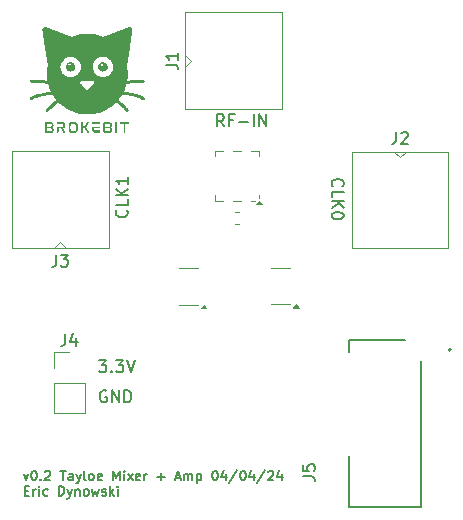
<source format=gbr>
%TF.GenerationSoftware,KiCad,Pcbnew,8.0.1*%
%TF.CreationDate,2024-04-11T15:41:11-05:00*%
%TF.ProjectId,TS3A5017-Mixer,54533341-3530-4313-972d-4d697865722e,rev?*%
%TF.SameCoordinates,Original*%
%TF.FileFunction,Legend,Top*%
%TF.FilePolarity,Positive*%
%FSLAX46Y46*%
G04 Gerber Fmt 4.6, Leading zero omitted, Abs format (unit mm)*
G04 Created by KiCad (PCBNEW 8.0.1) date 2024-04-11 15:41:11*
%MOMM*%
%LPD*%
G01*
G04 APERTURE LIST*
%ADD10C,0.150000*%
%ADD11C,0.120000*%
%ADD12C,0.000000*%
%ADD13C,0.127000*%
%ADD14C,0.200000*%
G04 APERTURE END LIST*
D10*
X145688207Y-83689819D02*
X145354874Y-83213628D01*
X145116779Y-83689819D02*
X145116779Y-82689819D01*
X145116779Y-82689819D02*
X145497731Y-82689819D01*
X145497731Y-82689819D02*
X145592969Y-82737438D01*
X145592969Y-82737438D02*
X145640588Y-82785057D01*
X145640588Y-82785057D02*
X145688207Y-82880295D01*
X145688207Y-82880295D02*
X145688207Y-83023152D01*
X145688207Y-83023152D02*
X145640588Y-83118390D01*
X145640588Y-83118390D02*
X145592969Y-83166009D01*
X145592969Y-83166009D02*
X145497731Y-83213628D01*
X145497731Y-83213628D02*
X145116779Y-83213628D01*
X146450112Y-83166009D02*
X146116779Y-83166009D01*
X146116779Y-83689819D02*
X146116779Y-82689819D01*
X146116779Y-82689819D02*
X146592969Y-82689819D01*
X146973922Y-83308866D02*
X147735827Y-83308866D01*
X148212017Y-83689819D02*
X148212017Y-82689819D01*
X148688207Y-83689819D02*
X148688207Y-82689819D01*
X148688207Y-82689819D02*
X149259635Y-83689819D01*
X149259635Y-83689819D02*
X149259635Y-82689819D01*
X135734588Y-106105438D02*
X135639350Y-106057819D01*
X135639350Y-106057819D02*
X135496493Y-106057819D01*
X135496493Y-106057819D02*
X135353636Y-106105438D01*
X135353636Y-106105438D02*
X135258398Y-106200676D01*
X135258398Y-106200676D02*
X135210779Y-106295914D01*
X135210779Y-106295914D02*
X135163160Y-106486390D01*
X135163160Y-106486390D02*
X135163160Y-106629247D01*
X135163160Y-106629247D02*
X135210779Y-106819723D01*
X135210779Y-106819723D02*
X135258398Y-106914961D01*
X135258398Y-106914961D02*
X135353636Y-107010200D01*
X135353636Y-107010200D02*
X135496493Y-107057819D01*
X135496493Y-107057819D02*
X135591731Y-107057819D01*
X135591731Y-107057819D02*
X135734588Y-107010200D01*
X135734588Y-107010200D02*
X135782207Y-106962580D01*
X135782207Y-106962580D02*
X135782207Y-106629247D01*
X135782207Y-106629247D02*
X135591731Y-106629247D01*
X136210779Y-107057819D02*
X136210779Y-106057819D01*
X136210779Y-106057819D02*
X136782207Y-107057819D01*
X136782207Y-107057819D02*
X136782207Y-106057819D01*
X137258398Y-107057819D02*
X137258398Y-106057819D01*
X137258398Y-106057819D02*
X137496493Y-106057819D01*
X137496493Y-106057819D02*
X137639350Y-106105438D01*
X137639350Y-106105438D02*
X137734588Y-106200676D01*
X137734588Y-106200676D02*
X137782207Y-106295914D01*
X137782207Y-106295914D02*
X137829826Y-106486390D01*
X137829826Y-106486390D02*
X137829826Y-106629247D01*
X137829826Y-106629247D02*
X137782207Y-106819723D01*
X137782207Y-106819723D02*
X137734588Y-106914961D01*
X137734588Y-106914961D02*
X137639350Y-107010200D01*
X137639350Y-107010200D02*
X137496493Y-107057819D01*
X137496493Y-107057819D02*
X137258398Y-107057819D01*
X137442580Y-90785792D02*
X137490200Y-90833411D01*
X137490200Y-90833411D02*
X137537819Y-90976268D01*
X137537819Y-90976268D02*
X137537819Y-91071506D01*
X137537819Y-91071506D02*
X137490200Y-91214363D01*
X137490200Y-91214363D02*
X137394961Y-91309601D01*
X137394961Y-91309601D02*
X137299723Y-91357220D01*
X137299723Y-91357220D02*
X137109247Y-91404839D01*
X137109247Y-91404839D02*
X136966390Y-91404839D01*
X136966390Y-91404839D02*
X136775914Y-91357220D01*
X136775914Y-91357220D02*
X136680676Y-91309601D01*
X136680676Y-91309601D02*
X136585438Y-91214363D01*
X136585438Y-91214363D02*
X136537819Y-91071506D01*
X136537819Y-91071506D02*
X136537819Y-90976268D01*
X136537819Y-90976268D02*
X136585438Y-90833411D01*
X136585438Y-90833411D02*
X136633057Y-90785792D01*
X137537819Y-89881030D02*
X137537819Y-90357220D01*
X137537819Y-90357220D02*
X136537819Y-90357220D01*
X137537819Y-89547696D02*
X136537819Y-89547696D01*
X137537819Y-88976268D02*
X136966390Y-89404839D01*
X136537819Y-88976268D02*
X137109247Y-89547696D01*
X137537819Y-88023887D02*
X137537819Y-88595315D01*
X137537819Y-88309601D02*
X136537819Y-88309601D01*
X136537819Y-88309601D02*
X136680676Y-88404839D01*
X136680676Y-88404839D02*
X136775914Y-88500077D01*
X136775914Y-88500077D02*
X136823533Y-88595315D01*
X154911419Y-88792207D02*
X154863800Y-88744588D01*
X154863800Y-88744588D02*
X154816180Y-88601731D01*
X154816180Y-88601731D02*
X154816180Y-88506493D01*
X154816180Y-88506493D02*
X154863800Y-88363636D01*
X154863800Y-88363636D02*
X154959038Y-88268398D01*
X154959038Y-88268398D02*
X155054276Y-88220779D01*
X155054276Y-88220779D02*
X155244752Y-88173160D01*
X155244752Y-88173160D02*
X155387609Y-88173160D01*
X155387609Y-88173160D02*
X155578085Y-88220779D01*
X155578085Y-88220779D02*
X155673323Y-88268398D01*
X155673323Y-88268398D02*
X155768561Y-88363636D01*
X155768561Y-88363636D02*
X155816180Y-88506493D01*
X155816180Y-88506493D02*
X155816180Y-88601731D01*
X155816180Y-88601731D02*
X155768561Y-88744588D01*
X155768561Y-88744588D02*
X155720942Y-88792207D01*
X154816180Y-89696969D02*
X154816180Y-89220779D01*
X154816180Y-89220779D02*
X155816180Y-89220779D01*
X154816180Y-90030303D02*
X155816180Y-90030303D01*
X154816180Y-90601731D02*
X155387609Y-90173160D01*
X155816180Y-90601731D02*
X155244752Y-90030303D01*
X155816180Y-91220779D02*
X155816180Y-91316017D01*
X155816180Y-91316017D02*
X155768561Y-91411255D01*
X155768561Y-91411255D02*
X155720942Y-91458874D01*
X155720942Y-91458874D02*
X155625704Y-91506493D01*
X155625704Y-91506493D02*
X155435228Y-91554112D01*
X155435228Y-91554112D02*
X155197133Y-91554112D01*
X155197133Y-91554112D02*
X155006657Y-91506493D01*
X155006657Y-91506493D02*
X154911419Y-91458874D01*
X154911419Y-91458874D02*
X154863800Y-91411255D01*
X154863800Y-91411255D02*
X154816180Y-91316017D01*
X154816180Y-91316017D02*
X154816180Y-91220779D01*
X154816180Y-91220779D02*
X154863800Y-91125541D01*
X154863800Y-91125541D02*
X154911419Y-91077922D01*
X154911419Y-91077922D02*
X155006657Y-91030303D01*
X155006657Y-91030303D02*
X155197133Y-90982684D01*
X155197133Y-90982684D02*
X155435228Y-90982684D01*
X155435228Y-90982684D02*
X155625704Y-91030303D01*
X155625704Y-91030303D02*
X155720942Y-91077922D01*
X155720942Y-91077922D02*
X155768561Y-91125541D01*
X155768561Y-91125541D02*
X155816180Y-91220779D01*
X128736969Y-113135006D02*
X128927445Y-113668340D01*
X128927445Y-113668340D02*
X129117922Y-113135006D01*
X129575065Y-112868340D02*
X129651255Y-112868340D01*
X129651255Y-112868340D02*
X129727446Y-112906435D01*
X129727446Y-112906435D02*
X129765541Y-112944530D01*
X129765541Y-112944530D02*
X129803636Y-113020721D01*
X129803636Y-113020721D02*
X129841731Y-113173102D01*
X129841731Y-113173102D02*
X129841731Y-113363578D01*
X129841731Y-113363578D02*
X129803636Y-113515959D01*
X129803636Y-113515959D02*
X129765541Y-113592149D01*
X129765541Y-113592149D02*
X129727446Y-113630245D01*
X129727446Y-113630245D02*
X129651255Y-113668340D01*
X129651255Y-113668340D02*
X129575065Y-113668340D01*
X129575065Y-113668340D02*
X129498874Y-113630245D01*
X129498874Y-113630245D02*
X129460779Y-113592149D01*
X129460779Y-113592149D02*
X129422684Y-113515959D01*
X129422684Y-113515959D02*
X129384588Y-113363578D01*
X129384588Y-113363578D02*
X129384588Y-113173102D01*
X129384588Y-113173102D02*
X129422684Y-113020721D01*
X129422684Y-113020721D02*
X129460779Y-112944530D01*
X129460779Y-112944530D02*
X129498874Y-112906435D01*
X129498874Y-112906435D02*
X129575065Y-112868340D01*
X130184589Y-113592149D02*
X130222684Y-113630245D01*
X130222684Y-113630245D02*
X130184589Y-113668340D01*
X130184589Y-113668340D02*
X130146493Y-113630245D01*
X130146493Y-113630245D02*
X130184589Y-113592149D01*
X130184589Y-113592149D02*
X130184589Y-113668340D01*
X130527445Y-112944530D02*
X130565541Y-112906435D01*
X130565541Y-112906435D02*
X130641731Y-112868340D01*
X130641731Y-112868340D02*
X130832207Y-112868340D01*
X130832207Y-112868340D02*
X130908398Y-112906435D01*
X130908398Y-112906435D02*
X130946493Y-112944530D01*
X130946493Y-112944530D02*
X130984588Y-113020721D01*
X130984588Y-113020721D02*
X130984588Y-113096911D01*
X130984588Y-113096911D02*
X130946493Y-113211197D01*
X130946493Y-113211197D02*
X130489350Y-113668340D01*
X130489350Y-113668340D02*
X130984588Y-113668340D01*
X131822684Y-112868340D02*
X132279827Y-112868340D01*
X132051255Y-113668340D02*
X132051255Y-112868340D01*
X132889351Y-113668340D02*
X132889351Y-113249292D01*
X132889351Y-113249292D02*
X132851256Y-113173102D01*
X132851256Y-113173102D02*
X132775065Y-113135006D01*
X132775065Y-113135006D02*
X132622684Y-113135006D01*
X132622684Y-113135006D02*
X132546494Y-113173102D01*
X132889351Y-113630245D02*
X132813160Y-113668340D01*
X132813160Y-113668340D02*
X132622684Y-113668340D01*
X132622684Y-113668340D02*
X132546494Y-113630245D01*
X132546494Y-113630245D02*
X132508398Y-113554054D01*
X132508398Y-113554054D02*
X132508398Y-113477864D01*
X132508398Y-113477864D02*
X132546494Y-113401673D01*
X132546494Y-113401673D02*
X132622684Y-113363578D01*
X132622684Y-113363578D02*
X132813160Y-113363578D01*
X132813160Y-113363578D02*
X132889351Y-113325483D01*
X133194113Y-113135006D02*
X133384589Y-113668340D01*
X133575066Y-113135006D02*
X133384589Y-113668340D01*
X133384589Y-113668340D02*
X133308399Y-113858816D01*
X133308399Y-113858816D02*
X133270304Y-113896911D01*
X133270304Y-113896911D02*
X133194113Y-113935006D01*
X133994113Y-113668340D02*
X133917923Y-113630245D01*
X133917923Y-113630245D02*
X133879828Y-113554054D01*
X133879828Y-113554054D02*
X133879828Y-112868340D01*
X134413161Y-113668340D02*
X134336971Y-113630245D01*
X134336971Y-113630245D02*
X134298876Y-113592149D01*
X134298876Y-113592149D02*
X134260780Y-113515959D01*
X134260780Y-113515959D02*
X134260780Y-113287387D01*
X134260780Y-113287387D02*
X134298876Y-113211197D01*
X134298876Y-113211197D02*
X134336971Y-113173102D01*
X134336971Y-113173102D02*
X134413161Y-113135006D01*
X134413161Y-113135006D02*
X134527447Y-113135006D01*
X134527447Y-113135006D02*
X134603638Y-113173102D01*
X134603638Y-113173102D02*
X134641733Y-113211197D01*
X134641733Y-113211197D02*
X134679828Y-113287387D01*
X134679828Y-113287387D02*
X134679828Y-113515959D01*
X134679828Y-113515959D02*
X134641733Y-113592149D01*
X134641733Y-113592149D02*
X134603638Y-113630245D01*
X134603638Y-113630245D02*
X134527447Y-113668340D01*
X134527447Y-113668340D02*
X134413161Y-113668340D01*
X135327448Y-113630245D02*
X135251257Y-113668340D01*
X135251257Y-113668340D02*
X135098876Y-113668340D01*
X135098876Y-113668340D02*
X135022686Y-113630245D01*
X135022686Y-113630245D02*
X134984590Y-113554054D01*
X134984590Y-113554054D02*
X134984590Y-113249292D01*
X134984590Y-113249292D02*
X135022686Y-113173102D01*
X135022686Y-113173102D02*
X135098876Y-113135006D01*
X135098876Y-113135006D02*
X135251257Y-113135006D01*
X135251257Y-113135006D02*
X135327448Y-113173102D01*
X135327448Y-113173102D02*
X135365543Y-113249292D01*
X135365543Y-113249292D02*
X135365543Y-113325483D01*
X135365543Y-113325483D02*
X134984590Y-113401673D01*
X136317924Y-113668340D02*
X136317924Y-112868340D01*
X136317924Y-112868340D02*
X136584590Y-113439768D01*
X136584590Y-113439768D02*
X136851257Y-112868340D01*
X136851257Y-112868340D02*
X136851257Y-113668340D01*
X137232210Y-113668340D02*
X137232210Y-113135006D01*
X137232210Y-112868340D02*
X137194114Y-112906435D01*
X137194114Y-112906435D02*
X137232210Y-112944530D01*
X137232210Y-112944530D02*
X137270305Y-112906435D01*
X137270305Y-112906435D02*
X137232210Y-112868340D01*
X137232210Y-112868340D02*
X137232210Y-112944530D01*
X137536971Y-113668340D02*
X137956019Y-113135006D01*
X137536971Y-113135006D02*
X137956019Y-113668340D01*
X138565543Y-113630245D02*
X138489352Y-113668340D01*
X138489352Y-113668340D02*
X138336971Y-113668340D01*
X138336971Y-113668340D02*
X138260781Y-113630245D01*
X138260781Y-113630245D02*
X138222685Y-113554054D01*
X138222685Y-113554054D02*
X138222685Y-113249292D01*
X138222685Y-113249292D02*
X138260781Y-113173102D01*
X138260781Y-113173102D02*
X138336971Y-113135006D01*
X138336971Y-113135006D02*
X138489352Y-113135006D01*
X138489352Y-113135006D02*
X138565543Y-113173102D01*
X138565543Y-113173102D02*
X138603638Y-113249292D01*
X138603638Y-113249292D02*
X138603638Y-113325483D01*
X138603638Y-113325483D02*
X138222685Y-113401673D01*
X138946495Y-113668340D02*
X138946495Y-113135006D01*
X138946495Y-113287387D02*
X138984590Y-113211197D01*
X138984590Y-113211197D02*
X139022685Y-113173102D01*
X139022685Y-113173102D02*
X139098876Y-113135006D01*
X139098876Y-113135006D02*
X139175066Y-113135006D01*
X140051257Y-113363578D02*
X140660781Y-113363578D01*
X140356019Y-113668340D02*
X140356019Y-113058816D01*
X141613161Y-113439768D02*
X141994114Y-113439768D01*
X141536971Y-113668340D02*
X141803638Y-112868340D01*
X141803638Y-112868340D02*
X142070304Y-113668340D01*
X142336971Y-113668340D02*
X142336971Y-113135006D01*
X142336971Y-113211197D02*
X142375066Y-113173102D01*
X142375066Y-113173102D02*
X142451256Y-113135006D01*
X142451256Y-113135006D02*
X142565542Y-113135006D01*
X142565542Y-113135006D02*
X142641733Y-113173102D01*
X142641733Y-113173102D02*
X142679828Y-113249292D01*
X142679828Y-113249292D02*
X142679828Y-113668340D01*
X142679828Y-113249292D02*
X142717923Y-113173102D01*
X142717923Y-113173102D02*
X142794114Y-113135006D01*
X142794114Y-113135006D02*
X142908399Y-113135006D01*
X142908399Y-113135006D02*
X142984590Y-113173102D01*
X142984590Y-113173102D02*
X143022685Y-113249292D01*
X143022685Y-113249292D02*
X143022685Y-113668340D01*
X143403638Y-113135006D02*
X143403638Y-113935006D01*
X143403638Y-113173102D02*
X143479828Y-113135006D01*
X143479828Y-113135006D02*
X143632209Y-113135006D01*
X143632209Y-113135006D02*
X143708400Y-113173102D01*
X143708400Y-113173102D02*
X143746495Y-113211197D01*
X143746495Y-113211197D02*
X143784590Y-113287387D01*
X143784590Y-113287387D02*
X143784590Y-113515959D01*
X143784590Y-113515959D02*
X143746495Y-113592149D01*
X143746495Y-113592149D02*
X143708400Y-113630245D01*
X143708400Y-113630245D02*
X143632209Y-113668340D01*
X143632209Y-113668340D02*
X143479828Y-113668340D01*
X143479828Y-113668340D02*
X143403638Y-113630245D01*
X144889353Y-112868340D02*
X144965543Y-112868340D01*
X144965543Y-112868340D02*
X145041734Y-112906435D01*
X145041734Y-112906435D02*
X145079829Y-112944530D01*
X145079829Y-112944530D02*
X145117924Y-113020721D01*
X145117924Y-113020721D02*
X145156019Y-113173102D01*
X145156019Y-113173102D02*
X145156019Y-113363578D01*
X145156019Y-113363578D02*
X145117924Y-113515959D01*
X145117924Y-113515959D02*
X145079829Y-113592149D01*
X145079829Y-113592149D02*
X145041734Y-113630245D01*
X145041734Y-113630245D02*
X144965543Y-113668340D01*
X144965543Y-113668340D02*
X144889353Y-113668340D01*
X144889353Y-113668340D02*
X144813162Y-113630245D01*
X144813162Y-113630245D02*
X144775067Y-113592149D01*
X144775067Y-113592149D02*
X144736972Y-113515959D01*
X144736972Y-113515959D02*
X144698876Y-113363578D01*
X144698876Y-113363578D02*
X144698876Y-113173102D01*
X144698876Y-113173102D02*
X144736972Y-113020721D01*
X144736972Y-113020721D02*
X144775067Y-112944530D01*
X144775067Y-112944530D02*
X144813162Y-112906435D01*
X144813162Y-112906435D02*
X144889353Y-112868340D01*
X145841734Y-113135006D02*
X145841734Y-113668340D01*
X145651258Y-112830245D02*
X145460781Y-113401673D01*
X145460781Y-113401673D02*
X145956020Y-113401673D01*
X146832210Y-112830245D02*
X146146496Y-113858816D01*
X147251258Y-112868340D02*
X147327448Y-112868340D01*
X147327448Y-112868340D02*
X147403639Y-112906435D01*
X147403639Y-112906435D02*
X147441734Y-112944530D01*
X147441734Y-112944530D02*
X147479829Y-113020721D01*
X147479829Y-113020721D02*
X147517924Y-113173102D01*
X147517924Y-113173102D02*
X147517924Y-113363578D01*
X147517924Y-113363578D02*
X147479829Y-113515959D01*
X147479829Y-113515959D02*
X147441734Y-113592149D01*
X147441734Y-113592149D02*
X147403639Y-113630245D01*
X147403639Y-113630245D02*
X147327448Y-113668340D01*
X147327448Y-113668340D02*
X147251258Y-113668340D01*
X147251258Y-113668340D02*
X147175067Y-113630245D01*
X147175067Y-113630245D02*
X147136972Y-113592149D01*
X147136972Y-113592149D02*
X147098877Y-113515959D01*
X147098877Y-113515959D02*
X147060781Y-113363578D01*
X147060781Y-113363578D02*
X147060781Y-113173102D01*
X147060781Y-113173102D02*
X147098877Y-113020721D01*
X147098877Y-113020721D02*
X147136972Y-112944530D01*
X147136972Y-112944530D02*
X147175067Y-112906435D01*
X147175067Y-112906435D02*
X147251258Y-112868340D01*
X148203639Y-113135006D02*
X148203639Y-113668340D01*
X148013163Y-112830245D02*
X147822686Y-113401673D01*
X147822686Y-113401673D02*
X148317925Y-113401673D01*
X149194115Y-112830245D02*
X148508401Y-113858816D01*
X149422686Y-112944530D02*
X149460782Y-112906435D01*
X149460782Y-112906435D02*
X149536972Y-112868340D01*
X149536972Y-112868340D02*
X149727448Y-112868340D01*
X149727448Y-112868340D02*
X149803639Y-112906435D01*
X149803639Y-112906435D02*
X149841734Y-112944530D01*
X149841734Y-112944530D02*
X149879829Y-113020721D01*
X149879829Y-113020721D02*
X149879829Y-113096911D01*
X149879829Y-113096911D02*
X149841734Y-113211197D01*
X149841734Y-113211197D02*
X149384591Y-113668340D01*
X149384591Y-113668340D02*
X149879829Y-113668340D01*
X150565544Y-113135006D02*
X150565544Y-113668340D01*
X150375068Y-112830245D02*
X150184591Y-113401673D01*
X150184591Y-113401673D02*
X150679830Y-113401673D01*
X128813160Y-114537247D02*
X129079826Y-114537247D01*
X129194112Y-114956295D02*
X128813160Y-114956295D01*
X128813160Y-114956295D02*
X128813160Y-114156295D01*
X128813160Y-114156295D02*
X129194112Y-114156295D01*
X129536970Y-114956295D02*
X129536970Y-114422961D01*
X129536970Y-114575342D02*
X129575065Y-114499152D01*
X129575065Y-114499152D02*
X129613160Y-114461057D01*
X129613160Y-114461057D02*
X129689351Y-114422961D01*
X129689351Y-114422961D02*
X129765541Y-114422961D01*
X130032208Y-114956295D02*
X130032208Y-114422961D01*
X130032208Y-114156295D02*
X129994112Y-114194390D01*
X129994112Y-114194390D02*
X130032208Y-114232485D01*
X130032208Y-114232485D02*
X130070303Y-114194390D01*
X130070303Y-114194390D02*
X130032208Y-114156295D01*
X130032208Y-114156295D02*
X130032208Y-114232485D01*
X130756017Y-114918200D02*
X130679826Y-114956295D01*
X130679826Y-114956295D02*
X130527445Y-114956295D01*
X130527445Y-114956295D02*
X130451255Y-114918200D01*
X130451255Y-114918200D02*
X130413160Y-114880104D01*
X130413160Y-114880104D02*
X130375064Y-114803914D01*
X130375064Y-114803914D02*
X130375064Y-114575342D01*
X130375064Y-114575342D02*
X130413160Y-114499152D01*
X130413160Y-114499152D02*
X130451255Y-114461057D01*
X130451255Y-114461057D02*
X130527445Y-114422961D01*
X130527445Y-114422961D02*
X130679826Y-114422961D01*
X130679826Y-114422961D02*
X130756017Y-114461057D01*
X131708398Y-114956295D02*
X131708398Y-114156295D01*
X131708398Y-114156295D02*
X131898874Y-114156295D01*
X131898874Y-114156295D02*
X132013160Y-114194390D01*
X132013160Y-114194390D02*
X132089350Y-114270580D01*
X132089350Y-114270580D02*
X132127445Y-114346771D01*
X132127445Y-114346771D02*
X132165541Y-114499152D01*
X132165541Y-114499152D02*
X132165541Y-114613438D01*
X132165541Y-114613438D02*
X132127445Y-114765819D01*
X132127445Y-114765819D02*
X132089350Y-114842009D01*
X132089350Y-114842009D02*
X132013160Y-114918200D01*
X132013160Y-114918200D02*
X131898874Y-114956295D01*
X131898874Y-114956295D02*
X131708398Y-114956295D01*
X132432207Y-114422961D02*
X132622683Y-114956295D01*
X132813160Y-114422961D02*
X132622683Y-114956295D01*
X132622683Y-114956295D02*
X132546493Y-115146771D01*
X132546493Y-115146771D02*
X132508398Y-115184866D01*
X132508398Y-115184866D02*
X132432207Y-115222961D01*
X133117922Y-114422961D02*
X133117922Y-114956295D01*
X133117922Y-114499152D02*
X133156017Y-114461057D01*
X133156017Y-114461057D02*
X133232207Y-114422961D01*
X133232207Y-114422961D02*
X133346493Y-114422961D01*
X133346493Y-114422961D02*
X133422684Y-114461057D01*
X133422684Y-114461057D02*
X133460779Y-114537247D01*
X133460779Y-114537247D02*
X133460779Y-114956295D01*
X133956017Y-114956295D02*
X133879827Y-114918200D01*
X133879827Y-114918200D02*
X133841732Y-114880104D01*
X133841732Y-114880104D02*
X133803636Y-114803914D01*
X133803636Y-114803914D02*
X133803636Y-114575342D01*
X133803636Y-114575342D02*
X133841732Y-114499152D01*
X133841732Y-114499152D02*
X133879827Y-114461057D01*
X133879827Y-114461057D02*
X133956017Y-114422961D01*
X133956017Y-114422961D02*
X134070303Y-114422961D01*
X134070303Y-114422961D02*
X134146494Y-114461057D01*
X134146494Y-114461057D02*
X134184589Y-114499152D01*
X134184589Y-114499152D02*
X134222684Y-114575342D01*
X134222684Y-114575342D02*
X134222684Y-114803914D01*
X134222684Y-114803914D02*
X134184589Y-114880104D01*
X134184589Y-114880104D02*
X134146494Y-114918200D01*
X134146494Y-114918200D02*
X134070303Y-114956295D01*
X134070303Y-114956295D02*
X133956017Y-114956295D01*
X134489351Y-114422961D02*
X134641732Y-114956295D01*
X134641732Y-114956295D02*
X134794113Y-114575342D01*
X134794113Y-114575342D02*
X134946494Y-114956295D01*
X134946494Y-114956295D02*
X135098875Y-114422961D01*
X135365541Y-114918200D02*
X135441732Y-114956295D01*
X135441732Y-114956295D02*
X135594113Y-114956295D01*
X135594113Y-114956295D02*
X135670303Y-114918200D01*
X135670303Y-114918200D02*
X135708399Y-114842009D01*
X135708399Y-114842009D02*
X135708399Y-114803914D01*
X135708399Y-114803914D02*
X135670303Y-114727723D01*
X135670303Y-114727723D02*
X135594113Y-114689628D01*
X135594113Y-114689628D02*
X135479827Y-114689628D01*
X135479827Y-114689628D02*
X135403637Y-114651533D01*
X135403637Y-114651533D02*
X135365541Y-114575342D01*
X135365541Y-114575342D02*
X135365541Y-114537247D01*
X135365541Y-114537247D02*
X135403637Y-114461057D01*
X135403637Y-114461057D02*
X135479827Y-114422961D01*
X135479827Y-114422961D02*
X135594113Y-114422961D01*
X135594113Y-114422961D02*
X135670303Y-114461057D01*
X136051256Y-114956295D02*
X136051256Y-114156295D01*
X136127446Y-114651533D02*
X136356018Y-114956295D01*
X136356018Y-114422961D02*
X136051256Y-114727723D01*
X136698875Y-114956295D02*
X136698875Y-114422961D01*
X136698875Y-114156295D02*
X136660779Y-114194390D01*
X136660779Y-114194390D02*
X136698875Y-114232485D01*
X136698875Y-114232485D02*
X136736970Y-114194390D01*
X136736970Y-114194390D02*
X136698875Y-114156295D01*
X136698875Y-114156295D02*
X136698875Y-114232485D01*
X135115541Y-103517819D02*
X135734588Y-103517819D01*
X135734588Y-103517819D02*
X135401255Y-103898771D01*
X135401255Y-103898771D02*
X135544112Y-103898771D01*
X135544112Y-103898771D02*
X135639350Y-103946390D01*
X135639350Y-103946390D02*
X135686969Y-103994009D01*
X135686969Y-103994009D02*
X135734588Y-104089247D01*
X135734588Y-104089247D02*
X135734588Y-104327342D01*
X135734588Y-104327342D02*
X135686969Y-104422580D01*
X135686969Y-104422580D02*
X135639350Y-104470200D01*
X135639350Y-104470200D02*
X135544112Y-104517819D01*
X135544112Y-104517819D02*
X135258398Y-104517819D01*
X135258398Y-104517819D02*
X135163160Y-104470200D01*
X135163160Y-104470200D02*
X135115541Y-104422580D01*
X136163160Y-104422580D02*
X136210779Y-104470200D01*
X136210779Y-104470200D02*
X136163160Y-104517819D01*
X136163160Y-104517819D02*
X136115541Y-104470200D01*
X136115541Y-104470200D02*
X136163160Y-104422580D01*
X136163160Y-104422580D02*
X136163160Y-104517819D01*
X136544112Y-103517819D02*
X137163159Y-103517819D01*
X137163159Y-103517819D02*
X136829826Y-103898771D01*
X136829826Y-103898771D02*
X136972683Y-103898771D01*
X136972683Y-103898771D02*
X137067921Y-103946390D01*
X137067921Y-103946390D02*
X137115540Y-103994009D01*
X137115540Y-103994009D02*
X137163159Y-104089247D01*
X137163159Y-104089247D02*
X137163159Y-104327342D01*
X137163159Y-104327342D02*
X137115540Y-104422580D01*
X137115540Y-104422580D02*
X137067921Y-104470200D01*
X137067921Y-104470200D02*
X136972683Y-104517819D01*
X136972683Y-104517819D02*
X136686969Y-104517819D01*
X136686969Y-104517819D02*
X136591731Y-104470200D01*
X136591731Y-104470200D02*
X136544112Y-104422580D01*
X137448874Y-103517819D02*
X137782207Y-104517819D01*
X137782207Y-104517819D02*
X138115540Y-103517819D01*
X131487886Y-94570204D02*
X131487886Y-95284489D01*
X131487886Y-95284489D02*
X131440267Y-95427346D01*
X131440267Y-95427346D02*
X131345029Y-95522585D01*
X131345029Y-95522585D02*
X131202172Y-95570204D01*
X131202172Y-95570204D02*
X131106934Y-95570204D01*
X131868839Y-94570204D02*
X132487886Y-94570204D01*
X132487886Y-94570204D02*
X132154553Y-94951156D01*
X132154553Y-94951156D02*
X132297410Y-94951156D01*
X132297410Y-94951156D02*
X132392648Y-94998775D01*
X132392648Y-94998775D02*
X132440267Y-95046394D01*
X132440267Y-95046394D02*
X132487886Y-95141632D01*
X132487886Y-95141632D02*
X132487886Y-95379727D01*
X132487886Y-95379727D02*
X132440267Y-95474965D01*
X132440267Y-95474965D02*
X132392648Y-95522585D01*
X132392648Y-95522585D02*
X132297410Y-95570204D01*
X132297410Y-95570204D02*
X132011696Y-95570204D01*
X132011696Y-95570204D02*
X131916458Y-95522585D01*
X131916458Y-95522585D02*
X131868839Y-95474965D01*
X132254666Y-101264819D02*
X132254666Y-101979104D01*
X132254666Y-101979104D02*
X132207047Y-102121961D01*
X132207047Y-102121961D02*
X132111809Y-102217200D01*
X132111809Y-102217200D02*
X131968952Y-102264819D01*
X131968952Y-102264819D02*
X131873714Y-102264819D01*
X133159428Y-101598152D02*
X133159428Y-102264819D01*
X132921333Y-101217200D02*
X132683238Y-101931485D01*
X132683238Y-101931485D02*
X133302285Y-101931485D01*
X140755972Y-78488965D02*
X141470257Y-78488965D01*
X141470257Y-78488965D02*
X141613114Y-78536584D01*
X141613114Y-78536584D02*
X141708353Y-78631822D01*
X141708353Y-78631822D02*
X141755972Y-78774679D01*
X141755972Y-78774679D02*
X141755972Y-78869917D01*
X141755972Y-77488965D02*
X141755972Y-78060393D01*
X141755972Y-77774679D02*
X140755972Y-77774679D01*
X140755972Y-77774679D02*
X140898829Y-77869917D01*
X140898829Y-77869917D02*
X140994067Y-77965155D01*
X140994067Y-77965155D02*
X141041686Y-78060393D01*
X160255788Y-84191693D02*
X160255788Y-84905978D01*
X160255788Y-84905978D02*
X160208169Y-85048835D01*
X160208169Y-85048835D02*
X160112931Y-85144074D01*
X160112931Y-85144074D02*
X159970074Y-85191693D01*
X159970074Y-85191693D02*
X159874836Y-85191693D01*
X160684360Y-84286931D02*
X160731979Y-84239312D01*
X160731979Y-84239312D02*
X160827217Y-84191693D01*
X160827217Y-84191693D02*
X161065312Y-84191693D01*
X161065312Y-84191693D02*
X161160550Y-84239312D01*
X161160550Y-84239312D02*
X161208169Y-84286931D01*
X161208169Y-84286931D02*
X161255788Y-84382169D01*
X161255788Y-84382169D02*
X161255788Y-84477407D01*
X161255788Y-84477407D02*
X161208169Y-84620264D01*
X161208169Y-84620264D02*
X160636741Y-85191693D01*
X160636741Y-85191693D02*
X161255788Y-85191693D01*
X152379819Y-113324333D02*
X153094104Y-113324333D01*
X153094104Y-113324333D02*
X153236961Y-113371952D01*
X153236961Y-113371952D02*
X153332200Y-113467190D01*
X153332200Y-113467190D02*
X153379819Y-113610047D01*
X153379819Y-113610047D02*
X153379819Y-113705285D01*
X152379819Y-112371952D02*
X152379819Y-112848142D01*
X152379819Y-112848142D02*
X152856009Y-112895761D01*
X152856009Y-112895761D02*
X152808390Y-112848142D01*
X152808390Y-112848142D02*
X152760771Y-112752904D01*
X152760771Y-112752904D02*
X152760771Y-112514809D01*
X152760771Y-112514809D02*
X152808390Y-112419571D01*
X152808390Y-112419571D02*
X152856009Y-112371952D01*
X152856009Y-112371952D02*
X152951247Y-112324333D01*
X152951247Y-112324333D02*
X153189342Y-112324333D01*
X153189342Y-112324333D02*
X153284580Y-112371952D01*
X153284580Y-112371952D02*
X153332200Y-112419571D01*
X153332200Y-112419571D02*
X153379819Y-112514809D01*
X153379819Y-112514809D02*
X153379819Y-112752904D01*
X153379819Y-112752904D02*
X153332200Y-112848142D01*
X153332200Y-112848142D02*
X153284580Y-112895761D01*
D11*
%TO.C,C1*%
X146658420Y-90930000D02*
X146939580Y-90930000D01*
X146658420Y-91950000D02*
X146939580Y-91950000D01*
%TO.C,U1*%
X144927000Y-85761000D02*
X144927000Y-86221000D01*
X144927000Y-89981000D02*
X144927000Y-89521000D01*
X145637000Y-85761000D02*
X144927000Y-85761000D01*
X145637000Y-89981000D02*
X144927000Y-89981000D01*
X146437000Y-85761000D02*
X147137000Y-85761000D01*
X146437000Y-89981000D02*
X147137000Y-89981000D01*
X147937000Y-85761000D02*
X148647000Y-85761000D01*
X147937000Y-89981000D02*
X148347000Y-89981000D01*
X148647000Y-85761000D02*
X148647000Y-86221000D01*
X148647000Y-89521000D02*
X148647000Y-89741000D01*
X148887000Y-90311000D02*
X148407000Y-90311000D01*
X148647000Y-89981000D01*
X148887000Y-90311000D01*
G36*
X148887000Y-90311000D02*
G01*
X148407000Y-90311000D01*
X148647000Y-89981000D01*
X148887000Y-90311000D01*
G37*
%TO.C,J3*%
X127721220Y-85815385D02*
X135921220Y-85815385D01*
X127721220Y-94015385D02*
X127721220Y-85815385D01*
X127721220Y-94015385D02*
X135921220Y-94015385D01*
X131821220Y-93515385D02*
X131321220Y-94015385D01*
X132321220Y-94015385D02*
X131821220Y-93515385D01*
X135921220Y-94015385D02*
X135921220Y-85815385D01*
D12*
%TO.C,G\u002A\u002A\u002A*%
G36*
X135200221Y-83377020D02*
G01*
X135204469Y-83395725D01*
X135207109Y-83421852D01*
X135207539Y-83436561D01*
X135206171Y-83463547D01*
X135202687Y-83487248D01*
X135200221Y-83496102D01*
X135192903Y-83515350D01*
X134874346Y-83515350D01*
X134795853Y-83515297D01*
X134731025Y-83515105D01*
X134678521Y-83514727D01*
X134636998Y-83514115D01*
X134605115Y-83513221D01*
X134581531Y-83511997D01*
X134564903Y-83510395D01*
X134553890Y-83508367D01*
X134547149Y-83505866D01*
X134543998Y-83503558D01*
X134537408Y-83489173D01*
X134533338Y-83464875D01*
X134531962Y-83435574D01*
X134533453Y-83406180D01*
X134537985Y-83381603D01*
X134539525Y-83377020D01*
X134546843Y-83357772D01*
X134869873Y-83357772D01*
X135192903Y-83357772D01*
X135200221Y-83377020D01*
G37*
G36*
X136547917Y-83359320D02*
G01*
X136577778Y-83360831D01*
X136596268Y-83363349D01*
X136607022Y-83367992D01*
X136613677Y-83375879D01*
X136616051Y-83380283D01*
X136617995Y-83391545D01*
X136619744Y-83416097D01*
X136621293Y-83452225D01*
X136622637Y-83498214D01*
X136623770Y-83552349D01*
X136624689Y-83612914D01*
X136625388Y-83678194D01*
X136625863Y-83746475D01*
X136626108Y-83816040D01*
X136626119Y-83885175D01*
X136625891Y-83952165D01*
X136625419Y-84015295D01*
X136624699Y-84072848D01*
X136623724Y-84123112D01*
X136622491Y-84164369D01*
X136620995Y-84194905D01*
X136619230Y-84213005D01*
X136618419Y-84216457D01*
X136614051Y-84225890D01*
X136607529Y-84231556D01*
X136595472Y-84234363D01*
X136574498Y-84235220D01*
X136549010Y-84235112D01*
X136519087Y-84234401D01*
X136494500Y-84233035D01*
X136479481Y-84231274D01*
X136477539Y-84230735D01*
X136475272Y-84222532D01*
X136473285Y-84200956D01*
X136471577Y-84167636D01*
X136470146Y-84124202D01*
X136468989Y-84072286D01*
X136468104Y-84013519D01*
X136467489Y-83949529D01*
X136467142Y-83881949D01*
X136467060Y-83812408D01*
X136467241Y-83742538D01*
X136467684Y-83673968D01*
X136468385Y-83608330D01*
X136469343Y-83547253D01*
X136470556Y-83492369D01*
X136472021Y-83445308D01*
X136473736Y-83407700D01*
X136475699Y-83381176D01*
X136477908Y-83367367D01*
X136478704Y-83365866D01*
X136492852Y-83361172D01*
X136519548Y-83359046D01*
X136547917Y-83359320D01*
G37*
G36*
X132783306Y-78267276D02*
G01*
X132856240Y-78287060D01*
X132922650Y-78319637D01*
X132981328Y-78364264D01*
X133031065Y-78420201D01*
X133069520Y-78484355D01*
X133096346Y-78555773D01*
X133109093Y-78628085D01*
X133108485Y-78699727D01*
X133095248Y-78769135D01*
X133070106Y-78834747D01*
X133033785Y-78894998D01*
X132987011Y-78948325D01*
X132930507Y-78993164D01*
X132865000Y-79027952D01*
X132808584Y-79046983D01*
X132761932Y-79054830D01*
X132708082Y-79057171D01*
X132653764Y-79054098D01*
X132605705Y-79045703D01*
X132600006Y-79044150D01*
X132530365Y-79017138D01*
X132468200Y-78977820D01*
X132427520Y-78941848D01*
X132379275Y-78883822D01*
X132343918Y-78820166D01*
X132321265Y-78752620D01*
X132311128Y-78682924D01*
X132313324Y-78612817D01*
X132327666Y-78544039D01*
X132353969Y-78478329D01*
X132360958Y-78467152D01*
X132515756Y-78467152D01*
X132519316Y-78500344D01*
X132533407Y-78530134D01*
X132555812Y-78554376D01*
X132584313Y-78570922D01*
X132616691Y-78577625D01*
X132650730Y-78572340D01*
X132663497Y-78566814D01*
X132693336Y-78543757D01*
X132714100Y-78512130D01*
X132720656Y-78491113D01*
X132719610Y-78462281D01*
X132708624Y-78431263D01*
X132690446Y-78403889D01*
X132672168Y-78388288D01*
X132638227Y-78376241D01*
X132602275Y-78376684D01*
X132568223Y-78388438D01*
X132539979Y-78410322D01*
X132524946Y-78432705D01*
X132515756Y-78467152D01*
X132360958Y-78467152D01*
X132392049Y-78417427D01*
X132441718Y-78363072D01*
X132493483Y-78322942D01*
X132553635Y-78290287D01*
X132616804Y-78270157D01*
X132686556Y-78261511D01*
X132705057Y-78261024D01*
X132783306Y-78267276D01*
G37*
G36*
X135546728Y-78272876D02*
G01*
X135616098Y-78299711D01*
X135616490Y-78299906D01*
X135684162Y-78340311D01*
X135739359Y-78388431D01*
X135783070Y-78445348D01*
X135816283Y-78512147D01*
X135820633Y-78523670D01*
X135838866Y-78594538D01*
X135843358Y-78665990D01*
X135835037Y-78736332D01*
X135814834Y-78803872D01*
X135783678Y-78866917D01*
X135742497Y-78923776D01*
X135692222Y-78972756D01*
X135633781Y-79012163D01*
X135568105Y-79040306D01*
X135531704Y-79049864D01*
X135487864Y-79055682D01*
X135437789Y-79057169D01*
X135388366Y-79054412D01*
X135346480Y-79047501D01*
X135346357Y-79047471D01*
X135275334Y-79022162D01*
X135211062Y-78984321D01*
X135155039Y-78935474D01*
X135108763Y-78877146D01*
X135073733Y-78810863D01*
X135053994Y-78749731D01*
X135043491Y-78675743D01*
X135046546Y-78604636D01*
X135061905Y-78537415D01*
X135088034Y-78475741D01*
X135250060Y-78475741D01*
X135256442Y-78512703D01*
X135273739Y-78542386D01*
X135299175Y-78563661D01*
X135329974Y-78575398D01*
X135363360Y-78576466D01*
X135396557Y-78565735D01*
X135422929Y-78546120D01*
X135444645Y-78515412D01*
X135453463Y-78482215D01*
X135450562Y-78449247D01*
X135437118Y-78419229D01*
X135414308Y-78394881D01*
X135383310Y-78378922D01*
X135348427Y-78373989D01*
X135312712Y-78381394D01*
X135282765Y-78400758D01*
X135261213Y-78429366D01*
X135250679Y-78464501D01*
X135250060Y-78475741D01*
X135088034Y-78475741D01*
X135088313Y-78475083D01*
X135124514Y-78418644D01*
X135169255Y-78369102D01*
X135221279Y-78327459D01*
X135279331Y-78294721D01*
X135342158Y-78271889D01*
X135408503Y-78259969D01*
X135477111Y-78259964D01*
X135546728Y-78272876D01*
G37*
G36*
X137354354Y-83357941D02*
G01*
X137434959Y-83358440D01*
X137502293Y-83359264D01*
X137556006Y-83360404D01*
X137595748Y-83361854D01*
X137621167Y-83363606D01*
X137631725Y-83365540D01*
X137638998Y-83371350D01*
X137643375Y-83381426D01*
X137645552Y-83399114D01*
X137646224Y-83427761D01*
X137646239Y-83435324D01*
X137645103Y-83469981D01*
X137641904Y-83494572D01*
X137637235Y-83506346D01*
X137627958Y-83509898D01*
X137607528Y-83512510D01*
X137574914Y-83514244D01*
X137529084Y-83515161D01*
X137487161Y-83515350D01*
X137346091Y-83515350D01*
X137346091Y-83856279D01*
X137345930Y-83936226D01*
X137345461Y-84008506D01*
X137344708Y-84071957D01*
X137343695Y-84125417D01*
X137342445Y-84167723D01*
X137340983Y-84197715D01*
X137339331Y-84214229D01*
X137338773Y-84216457D01*
X137334386Y-84225879D01*
X137327791Y-84231585D01*
X137315618Y-84234504D01*
X137294495Y-84235567D01*
X137268989Y-84235704D01*
X137234115Y-84234574D01*
X137209402Y-84231389D01*
X137197518Y-84226700D01*
X137195274Y-84220482D01*
X137193397Y-84206078D01*
X137191863Y-84182553D01*
X137190649Y-84148977D01*
X137189731Y-84104416D01*
X137189086Y-84047938D01*
X137188692Y-83978610D01*
X137188524Y-83895501D01*
X137188514Y-83866523D01*
X137188514Y-83515350D01*
X137043693Y-83515350D01*
X136987009Y-83515000D01*
X136944273Y-83513908D01*
X136914438Y-83512014D01*
X136896459Y-83509257D01*
X136889867Y-83506346D01*
X136884294Y-83492910D01*
X136881184Y-83469462D01*
X136880441Y-83440775D01*
X136881967Y-83411625D01*
X136885665Y-83386785D01*
X136891438Y-83371031D01*
X136892654Y-83369564D01*
X136896792Y-83366808D01*
X136904051Y-83364511D01*
X136915697Y-83362632D01*
X136932996Y-83361130D01*
X136957212Y-83359965D01*
X136989611Y-83359097D01*
X137031458Y-83358485D01*
X137084019Y-83358088D01*
X137148560Y-83357866D01*
X137226344Y-83357779D01*
X137260828Y-83357772D01*
X137354354Y-83357941D01*
G37*
G36*
X134966630Y-83718076D02*
G01*
X135032864Y-83718476D01*
X135086076Y-83719178D01*
X135127255Y-83720212D01*
X135157393Y-83721607D01*
X135177481Y-83723392D01*
X135188510Y-83725596D01*
X135191031Y-83726954D01*
X135195920Y-83739558D01*
X135199052Y-83764096D01*
X135200035Y-83794062D01*
X135200177Y-83815362D01*
X135199646Y-83832593D01*
X135197008Y-83846187D01*
X135190831Y-83856572D01*
X135179680Y-83864179D01*
X135162122Y-83869436D01*
X135136723Y-83872775D01*
X135102050Y-83874623D01*
X135056668Y-83875411D01*
X134999144Y-83875570D01*
X134928233Y-83875527D01*
X134689784Y-83875527D01*
X134690208Y-83918673D01*
X134694537Y-83966175D01*
X134706744Y-84001812D01*
X134727244Y-84026739D01*
X134729715Y-84028650D01*
X134736466Y-84033174D01*
X134744320Y-84036767D01*
X134755033Y-84039559D01*
X134770362Y-84041683D01*
X134792064Y-84043271D01*
X134821893Y-84044454D01*
X134861608Y-84045365D01*
X134912963Y-84046136D01*
X134971764Y-84046831D01*
X135035148Y-84047578D01*
X135085182Y-84048326D01*
X135123520Y-84049201D01*
X135151818Y-84050331D01*
X135171733Y-84051846D01*
X135184919Y-84053872D01*
X135193032Y-84056537D01*
X135197729Y-84059970D01*
X135200665Y-84064298D01*
X135200787Y-84064523D01*
X135205009Y-84080470D01*
X135207095Y-84105607D01*
X135207247Y-84135912D01*
X135205669Y-84167360D01*
X135202563Y-84195929D01*
X135198132Y-84217596D01*
X135192578Y-84228337D01*
X135192532Y-84228367D01*
X135182184Y-84230239D01*
X135159120Y-84231780D01*
X135125630Y-84232992D01*
X135084001Y-84233876D01*
X135036523Y-84234432D01*
X134985482Y-84234664D01*
X134933168Y-84234571D01*
X134881870Y-84234156D01*
X134833875Y-84233420D01*
X134791471Y-84232364D01*
X134756948Y-84230989D01*
X134732594Y-84229298D01*
X134723551Y-84228080D01*
X134671217Y-84212785D01*
X134628670Y-84189084D01*
X134595076Y-84155879D01*
X134569597Y-84112070D01*
X134551398Y-84056561D01*
X134539644Y-83988251D01*
X134539392Y-83986084D01*
X134536095Y-83942003D01*
X134535059Y-83892043D01*
X134536453Y-83845187D01*
X134536679Y-83841788D01*
X134539345Y-83807216D01*
X134542302Y-83783926D01*
X134546653Y-83768219D01*
X134553503Y-83756393D01*
X134563954Y-83744746D01*
X134566321Y-83742365D01*
X134590735Y-83717950D01*
X134886381Y-83717950D01*
X134966630Y-83718076D01*
G37*
G36*
X131731461Y-83358561D02*
G01*
X131799303Y-83359019D01*
X131826200Y-83359234D01*
X131902738Y-83359921D01*
X131965832Y-83360745D01*
X132017042Y-83361917D01*
X132057930Y-83363649D01*
X132090060Y-83366154D01*
X132114991Y-83369641D01*
X132134287Y-83374324D01*
X132149509Y-83380413D01*
X132162220Y-83388121D01*
X132173980Y-83397658D01*
X132184882Y-83407827D01*
X132209251Y-83440322D01*
X132227840Y-83483728D01*
X132240379Y-83534999D01*
X132246599Y-83591086D01*
X132246231Y-83648943D01*
X132239005Y-83705521D01*
X132224651Y-83757773D01*
X132217397Y-83775583D01*
X132194853Y-83811225D01*
X132163919Y-83840528D01*
X132128691Y-83860042D01*
X132111380Y-83864933D01*
X132094447Y-83868908D01*
X132086167Y-83872418D01*
X132086003Y-83872803D01*
X132089631Y-83879864D01*
X132099835Y-83898088D01*
X132115593Y-83925695D01*
X132135887Y-83960904D01*
X132159694Y-84001937D01*
X132180293Y-84037260D01*
X132213118Y-84094298D01*
X132239041Y-84141216D01*
X132257745Y-84177401D01*
X132268914Y-84202241D01*
X132272233Y-84215123D01*
X132272213Y-84215280D01*
X132270261Y-84222835D01*
X132265119Y-84227799D01*
X132253994Y-84230841D01*
X132234094Y-84232627D01*
X132202623Y-84233823D01*
X132193466Y-84234085D01*
X132153893Y-84234482D01*
X132127410Y-84232956D01*
X132112201Y-84229348D01*
X132108133Y-84226581D01*
X132102126Y-84217634D01*
X132089869Y-84197454D01*
X132072450Y-84167900D01*
X132050956Y-84130834D01*
X132026474Y-84088113D01*
X132003771Y-84048112D01*
X131908365Y-83879279D01*
X131794584Y-83877208D01*
X131680803Y-83875136D01*
X131680803Y-84046416D01*
X131680533Y-84107679D01*
X131679687Y-84155036D01*
X131678209Y-84189579D01*
X131676046Y-84212400D01*
X131673143Y-84224591D01*
X131671799Y-84226700D01*
X131659131Y-84231574D01*
X131634176Y-84234688D01*
X131602015Y-84235704D01*
X131567958Y-84234550D01*
X131543703Y-84231314D01*
X131532230Y-84226700D01*
X131529594Y-84216721D01*
X131527376Y-84193950D01*
X131525578Y-84160596D01*
X131524199Y-84118869D01*
X131523239Y-84070978D01*
X131522698Y-84019131D01*
X131522576Y-83965540D01*
X131522874Y-83912412D01*
X131523591Y-83861957D01*
X131524727Y-83816385D01*
X131526282Y-83777905D01*
X131528256Y-83748726D01*
X131530650Y-83731057D01*
X131532230Y-83726954D01*
X131539318Y-83724282D01*
X131555383Y-83722133D01*
X131581475Y-83720472D01*
X131618638Y-83719261D01*
X131667920Y-83718463D01*
X131730368Y-83718041D01*
X131787003Y-83717950D01*
X131868542Y-83717678D01*
X131935120Y-83716863D01*
X131986773Y-83715503D01*
X132023536Y-83713597D01*
X132045446Y-83711144D01*
X132051059Y-83709617D01*
X132071958Y-83693174D01*
X132084575Y-83666037D01*
X132089420Y-83627040D01*
X132089503Y-83621612D01*
X132085867Y-83578645D01*
X132074699Y-83546569D01*
X132056458Y-83526566D01*
X132051376Y-83523827D01*
X132038042Y-83521084D01*
X132011095Y-83518888D01*
X131970240Y-83517227D01*
X131915184Y-83516094D01*
X131845633Y-83515478D01*
X131787003Y-83515350D01*
X131713899Y-83515188D01*
X131654752Y-83514678D01*
X131608516Y-83513783D01*
X131574144Y-83512466D01*
X131550590Y-83510690D01*
X131536806Y-83508417D01*
X131532230Y-83506346D01*
X131526553Y-83492764D01*
X131523431Y-83469192D01*
X131522754Y-83440403D01*
X131524411Y-83411177D01*
X131528289Y-83386289D01*
X131534278Y-83370515D01*
X131535432Y-83369150D01*
X131539857Y-83365976D01*
X131547099Y-83363431D01*
X131558616Y-83361464D01*
X131575871Y-83360025D01*
X131600322Y-83359066D01*
X131633431Y-83358535D01*
X131676657Y-83358383D01*
X131731461Y-83358561D01*
G37*
G36*
X133634341Y-83356803D02*
G01*
X133649954Y-83357565D01*
X133660749Y-83357772D01*
X133683958Y-83357789D01*
X133701897Y-83358977D01*
X133715242Y-83363048D01*
X133724672Y-83371711D01*
X133730865Y-83386675D01*
X133734497Y-83409651D01*
X133736248Y-83442349D01*
X133736795Y-83486477D01*
X133736816Y-83543747D01*
X133736815Y-83549653D01*
X133736815Y-83717950D01*
X133787465Y-83717771D01*
X133840390Y-83714919D01*
X133879354Y-83706796D01*
X133904314Y-83693411D01*
X133909413Y-83687918D01*
X133916554Y-83676847D01*
X133929772Y-83654838D01*
X133947809Y-83624045D01*
X133969407Y-83586623D01*
X133993307Y-83544726D01*
X134002770Y-83528013D01*
X134027144Y-83485179D01*
X134049651Y-83446203D01*
X134069050Y-83413188D01*
X134084100Y-83388240D01*
X134093557Y-83373463D01*
X134095468Y-83370904D01*
X134104040Y-83364297D01*
X134117951Y-83360275D01*
X134140466Y-83358285D01*
X134172928Y-83357772D01*
X134205735Y-83358231D01*
X134226634Y-83359979D01*
X134238708Y-83363570D01*
X134245038Y-83369561D01*
X134245788Y-83370904D01*
X134249781Y-83387465D01*
X134248859Y-83395291D01*
X134244414Y-83404180D01*
X134233648Y-83424008D01*
X134217736Y-83452709D01*
X134197849Y-83488219D01*
X134175161Y-83528473D01*
X134150844Y-83571406D01*
X134126071Y-83614954D01*
X134102016Y-83657051D01*
X134079850Y-83695634D01*
X134060747Y-83728636D01*
X134045881Y-83753995D01*
X134036422Y-83769644D01*
X134034670Y-83772351D01*
X134030009Y-83788487D01*
X134033249Y-83795843D01*
X134052497Y-83822950D01*
X134070144Y-83848867D01*
X134087855Y-83876253D01*
X134107294Y-83907770D01*
X134130125Y-83946079D01*
X134158012Y-83993840D01*
X134169890Y-84014346D01*
X134201368Y-84068839D01*
X134226065Y-84111888D01*
X134244744Y-84145019D01*
X134258169Y-84169761D01*
X134267103Y-84187641D01*
X134272309Y-84200188D01*
X134274552Y-84208929D01*
X134274594Y-84215391D01*
X134273210Y-84221072D01*
X134269679Y-84227840D01*
X134262336Y-84232139D01*
X134248264Y-84234518D01*
X134224545Y-84235522D01*
X134195198Y-84235704D01*
X134159698Y-84235246D01*
X134136095Y-84233551D01*
X134121296Y-84230141D01*
X134112210Y-84224538D01*
X134110322Y-84222573D01*
X134103439Y-84212488D01*
X134090391Y-84191341D01*
X134072374Y-84161148D01*
X134050583Y-84123925D01*
X134026213Y-84081689D01*
X134011327Y-84055616D01*
X133985809Y-84011337D01*
X133961877Y-83970911D01*
X133940782Y-83936362D01*
X133923772Y-83909715D01*
X133912096Y-83892992D01*
X133908285Y-83888659D01*
X133898102Y-83882453D01*
X133883182Y-83878494D01*
X133860399Y-83876342D01*
X133826630Y-83875561D01*
X133814773Y-83875527D01*
X133736815Y-83875527D01*
X133736815Y-84046611D01*
X133736545Y-84107841D01*
X133735697Y-84155165D01*
X133734217Y-84189674D01*
X133732050Y-84212462D01*
X133729142Y-84224619D01*
X133727811Y-84226700D01*
X133715143Y-84231574D01*
X133690188Y-84234688D01*
X133658026Y-84235704D01*
X133623970Y-84234550D01*
X133599715Y-84231314D01*
X133588242Y-84226700D01*
X133586190Y-84220837D01*
X133584443Y-84207093D01*
X133582983Y-84184598D01*
X133581793Y-84152487D01*
X133580853Y-84109892D01*
X133580146Y-84055946D01*
X133579654Y-83989780D01*
X133579358Y-83910528D01*
X133579241Y-83817322D01*
X133579238Y-83795502D01*
X133579147Y-83703071D01*
X133579013Y-83624525D01*
X133579045Y-83558746D01*
X133579451Y-83504613D01*
X133580440Y-83461008D01*
X133582220Y-83426811D01*
X133584999Y-83400901D01*
X133588987Y-83382160D01*
X133594391Y-83369469D01*
X133601420Y-83361707D01*
X133610282Y-83357755D01*
X133621186Y-83356494D01*
X133634341Y-83356803D01*
G37*
G36*
X130853755Y-83358854D02*
G01*
X130889164Y-83359160D01*
X130961185Y-83359963D01*
X131019851Y-83360929D01*
X131066814Y-83362306D01*
X131103725Y-83364344D01*
X131132238Y-83367292D01*
X131154003Y-83371399D01*
X131170673Y-83376915D01*
X131183899Y-83384089D01*
X131195335Y-83393169D01*
X131206630Y-83404406D01*
X131209549Y-83407498D01*
X131229135Y-83432881D01*
X131243034Y-83462632D01*
X131252197Y-83499857D01*
X131257576Y-83547658D01*
X131258770Y-83568068D01*
X131259306Y-83632126D01*
X131253892Y-83684310D01*
X131242172Y-83726669D01*
X131225987Y-83758018D01*
X131214780Y-83776353D01*
X131211657Y-83787512D01*
X131215740Y-83796358D01*
X131218487Y-83799563D01*
X131238777Y-83831487D01*
X131253677Y-83875145D01*
X131262785Y-83928118D01*
X131265698Y-83987985D01*
X131262014Y-84052327D01*
X131261399Y-84057797D01*
X131251950Y-84112461D01*
X131237247Y-84154717D01*
X131216205Y-84186577D01*
X131187737Y-84210049D01*
X131175448Y-84216840D01*
X131137591Y-84235704D01*
X130863304Y-84235505D01*
X130790705Y-84235386D01*
X130731608Y-84235102D01*
X130684506Y-84234591D01*
X130647893Y-84233788D01*
X130620263Y-84232629D01*
X130600111Y-84231051D01*
X130585930Y-84228991D01*
X130576215Y-84226384D01*
X130569459Y-84223167D01*
X130569302Y-84223070D01*
X130559688Y-84217070D01*
X130551583Y-84211155D01*
X130544861Y-84204066D01*
X130539391Y-84194544D01*
X130535044Y-84181329D01*
X130531692Y-84163162D01*
X130529205Y-84138785D01*
X130527455Y-84106937D01*
X130526643Y-84078127D01*
X130682812Y-84078127D01*
X130880226Y-84078127D01*
X130942572Y-84077979D01*
X130991545Y-84077481D01*
X131028779Y-84076551D01*
X131055906Y-84075107D01*
X131074559Y-84073066D01*
X131086371Y-84070347D01*
X131092205Y-84067476D01*
X131098967Y-84060785D01*
X131103270Y-84050575D01*
X131105646Y-84033724D01*
X131106628Y-84007110D01*
X131106771Y-83981972D01*
X131106633Y-83946186D01*
X131104944Y-83919476D01*
X131099790Y-83900515D01*
X131089258Y-83887977D01*
X131071434Y-83880535D01*
X131044407Y-83876864D01*
X131006261Y-83875637D01*
X130955085Y-83875527D01*
X130953216Y-83875527D01*
X130902771Y-83875189D01*
X130865451Y-83874082D01*
X130839387Y-83872067D01*
X130822709Y-83869004D01*
X130814099Y-83865179D01*
X130804616Y-83850623D01*
X130798322Y-83826316D01*
X130795548Y-83797239D01*
X130796625Y-83768372D01*
X130801883Y-83744698D01*
X130805605Y-83737210D01*
X130810358Y-83730621D01*
X130816192Y-83725796D01*
X130825371Y-83722408D01*
X130840160Y-83720132D01*
X130862824Y-83718640D01*
X130895625Y-83717606D01*
X130940829Y-83716703D01*
X130948800Y-83716559D01*
X131001260Y-83715572D01*
X131040608Y-83713954D01*
X131068725Y-83710505D01*
X131087496Y-83704023D01*
X131098804Y-83693305D01*
X131104532Y-83677150D01*
X131106562Y-83654355D01*
X131106779Y-83623719D01*
X131106771Y-83615740D01*
X131106863Y-83587443D01*
X131106097Y-83565021D01*
X131102914Y-83547794D01*
X131095754Y-83535078D01*
X131083056Y-83526193D01*
X131063261Y-83520455D01*
X131034807Y-83517184D01*
X130996134Y-83515697D01*
X130945684Y-83515313D01*
X130881894Y-83515349D01*
X130877077Y-83515350D01*
X130682812Y-83515350D01*
X130682812Y-83796738D01*
X130682812Y-84078127D01*
X130526643Y-84078127D01*
X130526312Y-84066360D01*
X130525648Y-84015794D01*
X130525333Y-83953980D01*
X130525238Y-83879659D01*
X130525235Y-83792954D01*
X130525235Y-83416301D01*
X130550074Y-83391462D01*
X130578637Y-83370413D01*
X130608228Y-83361633D01*
X130623745Y-83360497D01*
X130652193Y-83359606D01*
X130691494Y-83358978D01*
X130739572Y-83358631D01*
X130794351Y-83358583D01*
X130853755Y-83358854D01*
G37*
G36*
X133029869Y-83359516D02*
G01*
X133081613Y-83362140D01*
X133123462Y-83366679D01*
X133157098Y-83373287D01*
X133184203Y-83382122D01*
X133196364Y-83387693D01*
X133234124Y-83414926D01*
X133266214Y-83454192D01*
X133290738Y-83502996D01*
X133296274Y-83518928D01*
X133301031Y-83534844D01*
X133304782Y-83550239D01*
X133307646Y-83567100D01*
X133309742Y-83587414D01*
X133311189Y-83613169D01*
X133312105Y-83646351D01*
X133312609Y-83688947D01*
X133312820Y-83742945D01*
X133312857Y-83796738D01*
X133312731Y-83864089D01*
X133312298Y-83918294D01*
X133311470Y-83961214D01*
X133310162Y-83994709D01*
X133308288Y-84020639D01*
X133305761Y-84040864D01*
X133302495Y-84057244D01*
X133300437Y-84064998D01*
X133279057Y-84121358D01*
X133250476Y-84165165D01*
X133213617Y-84197569D01*
X133167401Y-84219717D01*
X133150447Y-84224829D01*
X133128891Y-84228357D01*
X133095166Y-84231192D01*
X133052028Y-84233330D01*
X133002234Y-84234768D01*
X132948541Y-84235501D01*
X132893707Y-84235525D01*
X132840487Y-84234837D01*
X132791640Y-84233433D01*
X132749922Y-84231309D01*
X132718090Y-84228460D01*
X132700851Y-84225463D01*
X132649667Y-84205279D01*
X132608654Y-84174667D01*
X132576961Y-84132789D01*
X132554544Y-84081302D01*
X132550489Y-84067799D01*
X132547259Y-84053513D01*
X132544760Y-84036625D01*
X132542901Y-84015313D01*
X132541589Y-83987758D01*
X132540733Y-83952138D01*
X132540240Y-83906633D01*
X132540019Y-83849423D01*
X132539988Y-83808966D01*
X132692733Y-83808966D01*
X132693157Y-83862206D01*
X132694302Y-83912446D01*
X132696169Y-83957126D01*
X132698760Y-83993688D01*
X132702078Y-84019575D01*
X132704777Y-84029838D01*
X132711741Y-84044153D01*
X132720453Y-84055319D01*
X132732708Y-84063697D01*
X132750302Y-84069647D01*
X132775031Y-84073532D01*
X132808691Y-84075712D01*
X132853078Y-84076547D01*
X132909988Y-84076400D01*
X132935207Y-84076162D01*
X132989979Y-84075544D01*
X133031771Y-84074851D01*
X133062611Y-84073871D01*
X133084527Y-84072395D01*
X133099545Y-84070210D01*
X133109694Y-84067105D01*
X133117000Y-84062871D01*
X133123491Y-84057295D01*
X133124365Y-84056476D01*
X133134694Y-84044636D01*
X133142872Y-84029572D01*
X133149096Y-84009616D01*
X133153565Y-83983100D01*
X133156476Y-83948353D01*
X133158026Y-83903707D01*
X133158413Y-83847494D01*
X133157834Y-83778044D01*
X133157784Y-83774227D01*
X133156857Y-83704787D01*
X133155187Y-83648895D01*
X133151372Y-83605107D01*
X133144007Y-83571978D01*
X133131690Y-83548063D01*
X133113018Y-83531917D01*
X133086586Y-83522097D01*
X133050991Y-83517157D01*
X133004830Y-83515653D01*
X132946700Y-83516141D01*
X132907657Y-83516756D01*
X132850589Y-83517764D01*
X132806569Y-83519215D01*
X132773637Y-83521624D01*
X132749833Y-83525503D01*
X132733198Y-83531366D01*
X132721771Y-83539724D01*
X132713595Y-83551091D01*
X132706708Y-83565980D01*
X132705181Y-83569756D01*
X132701332Y-83587281D01*
X132698191Y-83617155D01*
X132695757Y-83656819D01*
X132694035Y-83703714D01*
X132693026Y-83755282D01*
X132692733Y-83808966D01*
X132539988Y-83808966D01*
X132539976Y-83792987D01*
X132540016Y-83725758D01*
X132540205Y-83671751D01*
X132540647Y-83629182D01*
X132541445Y-83596265D01*
X132542702Y-83571216D01*
X132544522Y-83552250D01*
X132547009Y-83537582D01*
X132550266Y-83525426D01*
X132554396Y-83513998D01*
X132556445Y-83508915D01*
X132579427Y-83461273D01*
X132604669Y-83426195D01*
X132630957Y-83403207D01*
X132650232Y-83390852D01*
X132669155Y-83381215D01*
X132689972Y-83373915D01*
X132714926Y-83368574D01*
X132746263Y-83364812D01*
X132786226Y-83362249D01*
X132837061Y-83360505D01*
X132889975Y-83359392D01*
X132966550Y-83358652D01*
X133029869Y-83359516D01*
G37*
G36*
X135860115Y-83358154D02*
G01*
X135922588Y-83358874D01*
X135976408Y-83360051D01*
X136019981Y-83361642D01*
X136051711Y-83363599D01*
X136069820Y-83365839D01*
X136113885Y-83380627D01*
X136147452Y-83404732D01*
X136173060Y-83440036D01*
X136175071Y-83443845D01*
X136183228Y-83461153D01*
X136188869Y-83478119D01*
X136192572Y-83498283D01*
X136194914Y-83525186D01*
X136196474Y-83562368D01*
X136196923Y-83577760D01*
X136197250Y-83634971D01*
X136194446Y-83679785D01*
X136188111Y-83714559D01*
X136177847Y-83741654D01*
X136166094Y-83759953D01*
X136151318Y-83778738D01*
X136176548Y-83825257D01*
X136201778Y-83871775D01*
X136201778Y-83988083D01*
X136201637Y-84032891D01*
X136200955Y-84065782D01*
X136199344Y-84089847D01*
X136196416Y-84108175D01*
X136191782Y-84123856D01*
X136185053Y-84139979D01*
X136181809Y-84146989D01*
X136161692Y-84181302D01*
X136136916Y-84205799D01*
X136129843Y-84210771D01*
X136097847Y-84231953D01*
X135815898Y-84233947D01*
X135743302Y-84234432D01*
X135684169Y-84234715D01*
X135636959Y-84234727D01*
X135600128Y-84234403D01*
X135572135Y-84233676D01*
X135551436Y-84232478D01*
X135536491Y-84230743D01*
X135525755Y-84228403D01*
X135517688Y-84225393D01*
X135510746Y-84221646D01*
X135509111Y-84220651D01*
X135498891Y-84214140D01*
X135490292Y-84207393D01*
X135483174Y-84199130D01*
X135477398Y-84188071D01*
X135472823Y-84172938D01*
X135469309Y-84152450D01*
X135466716Y-84125328D01*
X135464904Y-84090293D01*
X135463734Y-84046064D01*
X135463065Y-83991363D01*
X135462756Y-83924910D01*
X135462669Y-83845425D01*
X135462665Y-83796238D01*
X135462676Y-83708800D01*
X135462819Y-83635109D01*
X135463262Y-83573902D01*
X135464168Y-83523919D01*
X135464523Y-83514661D01*
X135620242Y-83514661D01*
X135620242Y-83796394D01*
X135620242Y-84078127D01*
X135817420Y-84078127D01*
X135878671Y-84078008D01*
X135926674Y-84077586D01*
X135963187Y-84076765D01*
X135989969Y-84075450D01*
X136008778Y-84073545D01*
X136021372Y-84070952D01*
X136029509Y-84067577D01*
X136031276Y-84066446D01*
X136038941Y-84059882D01*
X136043822Y-84051031D01*
X136046537Y-84036686D01*
X136047708Y-84013639D01*
X136047953Y-83980153D01*
X136047789Y-83944842D01*
X136046016Y-83918527D01*
X136040711Y-83899886D01*
X136029952Y-83887597D01*
X136011816Y-83880339D01*
X135984380Y-83876790D01*
X135945723Y-83875626D01*
X135895797Y-83875527D01*
X135843819Y-83875362D01*
X135804946Y-83874197D01*
X135777273Y-83871028D01*
X135758897Y-83864850D01*
X135747916Y-83854660D01*
X135742425Y-83839452D01*
X135740521Y-83818223D01*
X135740301Y-83793480D01*
X135741644Y-83757314D01*
X135745589Y-83734475D01*
X135749829Y-83726888D01*
X135760669Y-83723904D01*
X135784381Y-83721190D01*
X135818829Y-83718904D01*
X135861879Y-83717205D01*
X135887881Y-83716589D01*
X135940718Y-83715494D01*
X135980427Y-83713664D01*
X136008883Y-83709934D01*
X136027959Y-83703135D01*
X136039531Y-83692101D01*
X136045471Y-83675665D01*
X136047654Y-83652660D01*
X136047954Y-83621920D01*
X136047953Y-83616921D01*
X136048177Y-83589104D01*
X136047804Y-83567116D01*
X136045261Y-83550257D01*
X136038976Y-83537825D01*
X136027378Y-83529121D01*
X136008895Y-83523444D01*
X135981954Y-83520094D01*
X135944985Y-83518370D01*
X135896415Y-83517572D01*
X135834673Y-83516999D01*
X135823456Y-83516881D01*
X135620242Y-83514661D01*
X135464523Y-83514661D01*
X135465703Y-83483898D01*
X135468034Y-83452577D01*
X135471325Y-83428697D01*
X135475743Y-83410994D01*
X135481453Y-83398209D01*
X135488621Y-83389079D01*
X135497412Y-83382344D01*
X135507991Y-83376742D01*
X135518373Y-83371993D01*
X135528033Y-83368121D01*
X135539254Y-83365034D01*
X135553760Y-83362643D01*
X135573279Y-83360860D01*
X135599535Y-83359594D01*
X135634254Y-83358757D01*
X135679162Y-83358260D01*
X135735985Y-83358013D01*
X135790582Y-83357937D01*
X135860115Y-83358154D01*
G37*
G36*
X137698765Y-75285432D02*
G01*
X137761707Y-75295723D01*
X137816398Y-75318337D01*
X137862146Y-75352732D01*
X137898258Y-75398364D01*
X137924041Y-75454693D01*
X137926995Y-75464098D01*
X137933847Y-75491326D01*
X137938191Y-75516554D01*
X137938980Y-75527155D01*
X137937878Y-75536746D01*
X137934623Y-75560465D01*
X137929322Y-75597603D01*
X137922080Y-75647450D01*
X137913003Y-75709298D01*
X137902197Y-75782438D01*
X137889768Y-75866161D01*
X137875822Y-75959757D01*
X137860464Y-76062519D01*
X137843801Y-76173736D01*
X137825938Y-76292701D01*
X137806982Y-76418704D01*
X137787038Y-76551036D01*
X137766212Y-76688988D01*
X137744610Y-76831852D01*
X137722338Y-76978918D01*
X137709145Y-77065926D01*
X137479213Y-78581672D01*
X137499013Y-78709235D01*
X137510626Y-78786383D01*
X137519716Y-78852939D01*
X137526690Y-78913031D01*
X137531956Y-78970787D01*
X137535921Y-79030332D01*
X137538991Y-79095794D01*
X137540099Y-79125690D01*
X137542187Y-79234499D01*
X137541160Y-79346192D01*
X137537195Y-79457532D01*
X137530472Y-79565281D01*
X137521170Y-79666204D01*
X137509467Y-79757063D01*
X137503046Y-79796173D01*
X137499448Y-79820159D01*
X137498093Y-79837577D01*
X137498914Y-79843790D01*
X137507211Y-79843825D01*
X137527546Y-79841429D01*
X137557214Y-79836990D01*
X137593511Y-79830892D01*
X137610065Y-79827932D01*
X137724663Y-79808539D01*
X137849825Y-79790000D01*
X137981106Y-79772923D01*
X138114064Y-79757912D01*
X138148840Y-79754375D01*
X138200850Y-79749540D01*
X138250480Y-79745710D01*
X138300546Y-79742777D01*
X138353864Y-79740632D01*
X138413251Y-79739165D01*
X138481523Y-79738267D01*
X138561496Y-79737829D01*
X138576697Y-79737792D01*
X138639751Y-79737831D01*
X138699103Y-79738191D01*
X138752817Y-79738834D01*
X138798957Y-79739726D01*
X138835587Y-79740829D01*
X138860772Y-79742109D01*
X138871665Y-79743292D01*
X138894751Y-79752253D01*
X138919880Y-79767929D01*
X138929747Y-79775992D01*
X138956696Y-79809347D01*
X138970542Y-79847202D01*
X138970993Y-79886775D01*
X138957757Y-79925286D01*
X138947110Y-79941724D01*
X138936401Y-79955341D01*
X138926008Y-79966222D01*
X138914194Y-79974657D01*
X138899224Y-79980934D01*
X138879361Y-79985340D01*
X138852869Y-79988166D01*
X138818012Y-79989698D01*
X138773054Y-79990226D01*
X138716259Y-79990037D01*
X138659238Y-79989547D01*
X138548046Y-79989252D01*
X138447346Y-79990746D01*
X138352701Y-79994277D01*
X138259677Y-80000095D01*
X138163835Y-80008447D01*
X138060741Y-80019582D01*
X138006416Y-80026107D01*
X137965021Y-80031554D01*
X137915640Y-80038605D01*
X137860375Y-80046907D01*
X137801328Y-80056112D01*
X137740600Y-80065867D01*
X137680291Y-80075821D01*
X137622502Y-80085625D01*
X137569335Y-80094927D01*
X137522890Y-80103375D01*
X137485269Y-80110620D01*
X137458573Y-80116311D01*
X137445909Y-80119710D01*
X137438719Y-80128372D01*
X137431209Y-80146407D01*
X137428661Y-80155185D01*
X137407382Y-80231132D01*
X137380304Y-80316422D01*
X137348815Y-80407229D01*
X137314306Y-80499722D01*
X137278167Y-80590073D01*
X137241789Y-80674455D01*
X137233546Y-80692590D01*
X137218926Y-80724978D01*
X137207234Y-80751983D01*
X137199579Y-80770957D01*
X137197074Y-80779250D01*
X137197147Y-80779388D01*
X137205014Y-80780714D01*
X137225748Y-80783450D01*
X137257298Y-80787347D01*
X137297615Y-80792156D01*
X137344650Y-80797626D01*
X137383610Y-80802071D01*
X137595015Y-80828990D01*
X137796631Y-80860727D01*
X137987877Y-80897123D01*
X138168169Y-80938018D01*
X138336926Y-80983253D01*
X138493566Y-81032668D01*
X138637505Y-81086106D01*
X138768163Y-81143405D01*
X138884956Y-81204407D01*
X138912007Y-81220270D01*
X138958007Y-81252450D01*
X138989427Y-81285366D01*
X139006696Y-81319869D01*
X139010241Y-81356808D01*
X139000718Y-81396437D01*
X138979367Y-81433273D01*
X138948445Y-81458954D01*
X138909442Y-81472465D01*
X138886141Y-81474346D01*
X138865035Y-81473408D01*
X138846475Y-81469563D01*
X138826223Y-81461256D01*
X138800041Y-81446938D01*
X138782089Y-81436248D01*
X138676160Y-81378109D01*
X138557400Y-81323963D01*
X138425597Y-81273751D01*
X138280535Y-81227418D01*
X138122001Y-81184906D01*
X137949779Y-81146161D01*
X137763656Y-81111124D01*
X137563417Y-81079740D01*
X137348848Y-81051952D01*
X137304821Y-81046891D01*
X137237226Y-81039345D01*
X137183015Y-81033516D01*
X137140668Y-81029340D01*
X137108668Y-81026753D01*
X137085496Y-81025693D01*
X137069635Y-81026095D01*
X137059566Y-81027895D01*
X137053770Y-81031030D01*
X137050730Y-81035437D01*
X137050412Y-81036218D01*
X137043178Y-81049937D01*
X137028585Y-81073681D01*
X137008085Y-81105330D01*
X136983131Y-81142762D01*
X136955177Y-81183855D01*
X136925676Y-81226490D01*
X136896081Y-81268543D01*
X136867846Y-81307895D01*
X136842423Y-81342423D01*
X136825019Y-81365234D01*
X136801772Y-81395355D01*
X136782275Y-81421289D01*
X136768209Y-81440749D01*
X136761253Y-81451448D01*
X136760803Y-81452635D01*
X136766401Y-81458859D01*
X136781785Y-81472441D01*
X136804840Y-81491600D01*
X136833450Y-81514552D01*
X136845220Y-81523805D01*
X136968354Y-81621897D01*
X137082293Y-81716377D01*
X137186574Y-81806795D01*
X137280736Y-81892697D01*
X137364317Y-81973631D01*
X137436855Y-82049144D01*
X137497889Y-82118783D01*
X137546956Y-82182096D01*
X137583596Y-82238631D01*
X137593776Y-82257474D01*
X137610863Y-82293569D01*
X137620153Y-82321201D01*
X137622140Y-82344414D01*
X137617315Y-82367257D01*
X137609499Y-82386634D01*
X137586219Y-82422769D01*
X137556144Y-82447091D01*
X137521581Y-82459718D01*
X137484841Y-82460766D01*
X137448232Y-82450354D01*
X137414063Y-82428597D01*
X137384643Y-82395613D01*
X137372253Y-82374589D01*
X137348180Y-82335194D01*
X137312324Y-82288247D01*
X137265437Y-82234447D01*
X137208268Y-82174496D01*
X137141571Y-82109095D01*
X137066096Y-82038943D01*
X136982594Y-81964741D01*
X136891817Y-81887190D01*
X136794516Y-81806991D01*
X136691443Y-81724844D01*
X136597941Y-81652553D01*
X136590091Y-81654005D01*
X136573969Y-81664601D01*
X136549026Y-81684782D01*
X136514710Y-81714988D01*
X136478411Y-81748274D01*
X136301909Y-81902490D01*
X136119155Y-82043167D01*
X135930296Y-82170233D01*
X135735484Y-82283614D01*
X135534865Y-82383236D01*
X135328590Y-82469025D01*
X135116807Y-82540907D01*
X134899665Y-82598810D01*
X134677314Y-82642659D01*
X134665293Y-82644604D01*
X134563887Y-82658754D01*
X134454300Y-82670323D01*
X134340258Y-82679126D01*
X134225487Y-82684978D01*
X134113717Y-82687693D01*
X134008674Y-82687086D01*
X133914085Y-82682972D01*
X133905648Y-82682383D01*
X133673417Y-82658350D01*
X133446643Y-82620345D01*
X133225472Y-82568434D01*
X133010050Y-82502681D01*
X132800522Y-82423152D01*
X132597034Y-82329911D01*
X132399732Y-82223022D01*
X132208760Y-82102551D01*
X132024266Y-81968562D01*
X131846393Y-81821120D01*
X131731531Y-81715353D01*
X131658153Y-81644957D01*
X131600427Y-81689090D01*
X131483153Y-81780516D01*
X131373384Y-81869653D01*
X131271764Y-81955885D01*
X131178936Y-82038598D01*
X131095543Y-82117174D01*
X131022229Y-82190998D01*
X130959637Y-82259455D01*
X130908410Y-82321929D01*
X130869191Y-82377803D01*
X130853960Y-82403670D01*
X130831581Y-82430458D01*
X130798986Y-82450777D01*
X130764610Y-82461207D01*
X130727863Y-82460299D01*
X130692755Y-82446751D01*
X130662171Y-82422878D01*
X130638994Y-82390995D01*
X130626107Y-82353417D01*
X130625508Y-82349528D01*
X130626519Y-82316729D01*
X130638051Y-82278516D01*
X130660415Y-82234438D01*
X130693924Y-82184041D01*
X130738890Y-82126873D01*
X130795625Y-82062482D01*
X130864441Y-81990414D01*
X130892652Y-81962086D01*
X130960421Y-81896819D01*
X131038358Y-81825474D01*
X131124046Y-81750148D01*
X131215068Y-81672936D01*
X131309007Y-81595937D01*
X131376904Y-81541953D01*
X131410020Y-81515907D01*
X131439189Y-81492836D01*
X131462271Y-81474443D01*
X131477127Y-81462430D01*
X131481445Y-81458769D01*
X131481268Y-81449206D01*
X131471504Y-81431807D01*
X131462840Y-81420254D01*
X131414746Y-81358352D01*
X131362456Y-81287455D01*
X131308938Y-81211756D01*
X131257159Y-81135446D01*
X131212425Y-81066430D01*
X131184671Y-81022444D01*
X131126962Y-81027466D01*
X130967808Y-81043022D01*
X130807740Y-81061940D01*
X130649969Y-81083746D01*
X130497705Y-81107964D01*
X130354156Y-81134119D01*
X130228839Y-81160317D01*
X130095751Y-81191948D01*
X129974855Y-81224610D01*
X129863332Y-81259329D01*
X129758368Y-81297130D01*
X129657144Y-81339039D01*
X129556846Y-81386082D01*
X129454655Y-81439285D01*
X129438441Y-81448162D01*
X129392785Y-81468037D01*
X129352364Y-81474100D01*
X129316319Y-81466257D01*
X129283793Y-81444410D01*
X129269460Y-81429255D01*
X129246523Y-81391715D01*
X129237498Y-81351692D01*
X129242458Y-81311598D01*
X129261476Y-81273841D01*
X129264581Y-81269741D01*
X129282484Y-81253084D01*
X129312529Y-81232205D01*
X129352774Y-81208074D01*
X129401282Y-81181663D01*
X129456113Y-81153942D01*
X129515327Y-81125883D01*
X129576985Y-81098456D01*
X129639148Y-81072634D01*
X129699877Y-81049386D01*
X129716728Y-81043340D01*
X129850892Y-80999589D01*
X129998191Y-80958236D01*
X130156887Y-80919649D01*
X130325247Y-80884198D01*
X130501532Y-80852251D01*
X130684009Y-80824177D01*
X130848033Y-80803003D01*
X130896844Y-80797369D01*
X130941674Y-80792399D01*
X130980003Y-80788356D01*
X131009312Y-80785504D01*
X131027080Y-80784104D01*
X131029998Y-80784006D01*
X131044923Y-80782740D01*
X131050493Y-80780004D01*
X131047372Y-80771595D01*
X131039366Y-80754341D01*
X131032562Y-80740610D01*
X131004629Y-80681916D01*
X130974375Y-80612077D01*
X130943105Y-80534513D01*
X130912124Y-80452641D01*
X130882738Y-80369880D01*
X130856251Y-80289648D01*
X130839964Y-80236236D01*
X130828355Y-80197934D01*
X130817575Y-80164849D01*
X130808547Y-80139630D01*
X130802191Y-80124928D01*
X130800346Y-80122375D01*
X130790393Y-80119245D01*
X130767923Y-80113973D01*
X130735203Y-80106996D01*
X130694499Y-80098754D01*
X130648080Y-80089683D01*
X130598211Y-80080223D01*
X130547161Y-80070810D01*
X130497194Y-80061884D01*
X130450580Y-80053882D01*
X130420183Y-80048910D01*
X130332715Y-80035975D01*
X130236820Y-80023507D01*
X130138434Y-80012194D01*
X130043495Y-80002724D01*
X129966609Y-79996394D01*
X129934823Y-79994586D01*
X129893716Y-79992978D01*
X129845318Y-79991583D01*
X129791659Y-79990415D01*
X129734769Y-79989490D01*
X129676678Y-79988821D01*
X129619417Y-79988422D01*
X129565016Y-79988308D01*
X129515505Y-79988493D01*
X129472914Y-79988991D01*
X129439273Y-79989816D01*
X129416612Y-79990983D01*
X129407010Y-79992474D01*
X129391237Y-79994639D01*
X129368354Y-79989106D01*
X129349778Y-79980829D01*
X133506297Y-79980829D01*
X133508593Y-79993531D01*
X133514902Y-80008588D01*
X133525936Y-80027018D01*
X133542407Y-80049837D01*
X133565025Y-80078062D01*
X133594504Y-80112710D01*
X133631556Y-80154799D01*
X133676891Y-80205345D01*
X133731223Y-80265365D01*
X133767134Y-80304914D01*
X133816940Y-80359563D01*
X133864351Y-80411244D01*
X133908286Y-80458802D01*
X133947662Y-80501079D01*
X133981396Y-80536919D01*
X134008405Y-80565166D01*
X134027608Y-80584665D01*
X134037922Y-80594258D01*
X134038294Y-80594538D01*
X134068241Y-80608391D01*
X134096003Y-80611421D01*
X134130312Y-80611421D01*
X134421518Y-80320653D01*
X134487777Y-80254457D01*
X134544137Y-80197940D01*
X134591320Y-80150182D01*
X134630050Y-80110261D01*
X134661051Y-80077255D01*
X134685045Y-80050244D01*
X134702755Y-80028306D01*
X134714906Y-80010521D01*
X134722220Y-79995966D01*
X134725421Y-79983721D01*
X134725232Y-79972864D01*
X134722377Y-79962474D01*
X134717577Y-79951631D01*
X134715139Y-79946685D01*
X134700610Y-79924173D01*
X134682972Y-79905265D01*
X134679854Y-79902806D01*
X134675568Y-79899860D01*
X134670634Y-79897313D01*
X134663993Y-79895137D01*
X134654585Y-79893302D01*
X134641354Y-79891778D01*
X134623238Y-79890538D01*
X134599180Y-79889552D01*
X134568121Y-79888791D01*
X134529001Y-79888225D01*
X134480762Y-79887826D01*
X134422345Y-79887565D01*
X134352692Y-79887412D01*
X134270742Y-79887339D01*
X134175438Y-79887316D01*
X134115752Y-79887315D01*
X134012495Y-79887322D01*
X133923186Y-79887363D01*
X133846768Y-79887468D01*
X133782180Y-79887665D01*
X133728364Y-79887983D01*
X133684260Y-79888451D01*
X133648811Y-79889099D01*
X133620957Y-79889956D01*
X133599640Y-79891050D01*
X133583800Y-79892411D01*
X133572378Y-79894068D01*
X133564316Y-79896049D01*
X133558555Y-79898385D01*
X133554036Y-79901103D01*
X133551649Y-79902806D01*
X133534218Y-79920039D01*
X133518556Y-79942541D01*
X133516364Y-79946685D01*
X133510894Y-79958423D01*
X133507301Y-79969465D01*
X133506297Y-79980829D01*
X129349778Y-79980829D01*
X129342828Y-79977732D01*
X129319124Y-79962371D01*
X129306397Y-79950675D01*
X129283306Y-79915266D01*
X129273285Y-79876930D01*
X129275805Y-79838543D01*
X129290336Y-79802976D01*
X129316349Y-79773103D01*
X129342186Y-79756589D01*
X129353834Y-79751418D01*
X129366218Y-79747368D01*
X129381421Y-79744242D01*
X129401530Y-79741845D01*
X129428628Y-79739980D01*
X129464800Y-79738450D01*
X129512130Y-79737059D01*
X129562403Y-79735846D01*
X129786796Y-79736531D01*
X130019962Y-79748629D01*
X130261014Y-79772063D01*
X130509066Y-79806760D01*
X130613933Y-79824463D01*
X130656104Y-79831769D01*
X130692845Y-79837823D01*
X130721743Y-79842252D01*
X130740381Y-79844684D01*
X130746367Y-79844889D01*
X130746609Y-79836689D01*
X130744647Y-79818258D01*
X130742088Y-79801022D01*
X130731598Y-79727504D01*
X130722227Y-79643743D01*
X130714209Y-79553462D01*
X130707776Y-79460384D01*
X130703158Y-79368229D01*
X130700589Y-79280721D01*
X130700300Y-79201581D01*
X130701631Y-79151953D01*
X130711477Y-78999497D01*
X130727507Y-78843724D01*
X130747494Y-78701731D01*
X130757684Y-78638541D01*
X131848957Y-78638541D01*
X131853013Y-78735650D01*
X131871813Y-78850361D01*
X131904083Y-78958976D01*
X131949548Y-79060906D01*
X132007930Y-79155565D01*
X132078954Y-79242365D01*
X132103117Y-79267212D01*
X132188788Y-79342618D01*
X132279504Y-79404149D01*
X132376392Y-79452415D01*
X132480581Y-79488029D01*
X132534243Y-79500962D01*
X132578589Y-79507876D01*
X132632877Y-79512635D01*
X132692183Y-79515128D01*
X132751583Y-79515247D01*
X132806152Y-79512881D01*
X132850352Y-79508021D01*
X132908000Y-79495538D01*
X132971801Y-79476530D01*
X133035623Y-79453093D01*
X133093335Y-79427321D01*
X133106505Y-79420537D01*
X133205901Y-79359455D01*
X133294560Y-79288090D01*
X133372016Y-79207070D01*
X133437800Y-79117022D01*
X133491444Y-79018576D01*
X133532482Y-78912360D01*
X133557534Y-78814286D01*
X133563558Y-78770680D01*
X133566946Y-78717005D01*
X133567752Y-78657955D01*
X133567111Y-78635696D01*
X134585210Y-78635696D01*
X134586940Y-78715767D01*
X134594316Y-78793302D01*
X134607196Y-78862938D01*
X134609452Y-78871836D01*
X134645534Y-78979954D01*
X134694591Y-79081265D01*
X134755796Y-79174766D01*
X134828321Y-79259455D01*
X134911338Y-79334329D01*
X135004018Y-79398384D01*
X135076224Y-79437222D01*
X135166997Y-79473214D01*
X135265412Y-79498711D01*
X135368071Y-79513385D01*
X135471578Y-79516907D01*
X135572535Y-79508949D01*
X135653384Y-79493022D01*
X135760103Y-79458136D01*
X135858790Y-79411473D01*
X135948948Y-79354118D01*
X136030081Y-79287151D01*
X136101691Y-79211655D01*
X136163283Y-79128712D01*
X136214359Y-79039404D01*
X136254424Y-78944812D01*
X136282979Y-78846020D01*
X136299529Y-78744109D01*
X136303577Y-78640160D01*
X136294626Y-78535257D01*
X136272179Y-78430481D01*
X136235740Y-78326914D01*
X136212083Y-78275851D01*
X136179027Y-78214638D01*
X136144740Y-78161598D01*
X136105413Y-78111401D01*
X136057238Y-78058719D01*
X136056062Y-78057504D01*
X135973602Y-77982780D01*
X135883941Y-77920572D01*
X135788359Y-77871014D01*
X135688133Y-77834239D01*
X135584539Y-77810379D01*
X135478857Y-77799567D01*
X135372363Y-77801937D01*
X135266336Y-77817622D01*
X135162052Y-77846753D01*
X135060790Y-77889465D01*
X134966462Y-77944128D01*
X134875232Y-78013576D01*
X134795405Y-78092622D01*
X134727411Y-78180629D01*
X134671680Y-78276959D01*
X134628641Y-78380974D01*
X134599260Y-78489418D01*
X134589269Y-78558458D01*
X134585210Y-78635696D01*
X133567111Y-78635696D01*
X133566032Y-78598226D01*
X133561840Y-78542511D01*
X133555233Y-78495505D01*
X133553694Y-78487876D01*
X133522517Y-78376858D01*
X133478648Y-78273148D01*
X133422897Y-78177522D01*
X133356077Y-78090759D01*
X133279000Y-78013634D01*
X133192478Y-77946923D01*
X133097323Y-77891405D01*
X132994347Y-77847855D01*
X132884362Y-77817050D01*
X132844429Y-77809434D01*
X132738209Y-77798859D01*
X132631213Y-77802148D01*
X132525270Y-77818723D01*
X132422211Y-77848006D01*
X132323866Y-77889418D01*
X132232064Y-77942382D01*
X132148636Y-78006319D01*
X132111973Y-78040867D01*
X132034779Y-78128501D01*
X131970442Y-78222231D01*
X131919326Y-78321078D01*
X131881797Y-78424064D01*
X131858219Y-78530211D01*
X131848957Y-78638541D01*
X130757684Y-78638541D01*
X130766855Y-78581672D01*
X130536547Y-77065926D01*
X130507768Y-76876347D01*
X130481231Y-76701168D01*
X130456875Y-76539962D01*
X130434637Y-76392298D01*
X130414455Y-76257749D01*
X130396266Y-76135886D01*
X130380007Y-76026280D01*
X130365617Y-75928503D01*
X130353033Y-75842125D01*
X130342193Y-75766718D01*
X130333034Y-75701853D01*
X130325494Y-75647103D01*
X130319510Y-75602037D01*
X130315020Y-75566227D01*
X130311963Y-75539245D01*
X130310274Y-75520662D01*
X130309892Y-75510049D01*
X130309961Y-75508910D01*
X130322354Y-75450934D01*
X130347715Y-75398785D01*
X130384618Y-75354475D01*
X130431639Y-75320016D01*
X130450568Y-75310500D01*
X130507130Y-75291561D01*
X130563139Y-75285024D01*
X130612955Y-75290722D01*
X130623997Y-75294355D01*
X130648283Y-75302999D01*
X130685020Y-75316359D01*
X130733415Y-75334138D01*
X130792673Y-75356042D01*
X130862003Y-75381775D01*
X130940610Y-75411039D01*
X131027702Y-75443540D01*
X131122484Y-75478982D01*
X131224164Y-75517069D01*
X131331949Y-75557505D01*
X131445044Y-75599994D01*
X131562657Y-75644241D01*
X131683994Y-75689949D01*
X131724832Y-75705346D01*
X132800618Y-76111040D01*
X132869145Y-76083957D01*
X133076107Y-76010150D01*
X133288512Y-75949952D01*
X133505173Y-75903508D01*
X133724906Y-75870960D01*
X133946528Y-75852454D01*
X134168852Y-75848133D01*
X134390694Y-75858142D01*
X134571055Y-75877094D01*
X134779420Y-75910885D01*
X134982089Y-75956492D01*
X135182450Y-76014785D01*
X135373833Y-76082739D01*
X135446332Y-76110681D01*
X136544409Y-75696393D01*
X137642487Y-75282106D01*
X137698765Y-75285432D01*
G37*
D11*
%TO.C,J4*%
X131258000Y-102810000D02*
X132588000Y-102810000D01*
X131258000Y-104140000D02*
X131258000Y-102810000D01*
X131258000Y-105410000D02*
X131258000Y-108010000D01*
X131258000Y-105410000D02*
X133918000Y-105410000D01*
X131258000Y-108010000D02*
X133918000Y-108010000D01*
X133918000Y-105410000D02*
X133918000Y-108010000D01*
%TO.C,J1*%
X142401153Y-74055632D02*
X142401153Y-82255632D01*
X142401153Y-74055632D02*
X150601153Y-74055632D01*
X142401153Y-78655632D02*
X142901153Y-78155632D01*
X142401153Y-82255632D02*
X150601153Y-82255632D01*
X142901153Y-78155632D02*
X142401153Y-77655632D01*
X150601153Y-74055632D02*
X150601153Y-82255632D01*
%TO.C,J2*%
X156489122Y-85836874D02*
X156489122Y-94036874D01*
X160089122Y-85836874D02*
X160589122Y-86336874D01*
X160589122Y-86336874D02*
X161089122Y-85836874D01*
X164689122Y-85836874D02*
X156489122Y-85836874D01*
X164689122Y-85836874D02*
X164689122Y-94036874D01*
X164689122Y-94036874D02*
X156489122Y-94036874D01*
%TO.C,U2*%
X142657000Y-95722000D02*
X141857000Y-95722000D01*
X142657000Y-95722000D02*
X143457000Y-95722000D01*
X142657000Y-98842000D02*
X141857000Y-98842000D01*
X142657000Y-98842000D02*
X143457000Y-98842000D01*
X144197000Y-99122000D02*
X143717000Y-99122000D01*
X143957000Y-98792000D01*
X144197000Y-99122000D01*
G36*
X144197000Y-99122000D02*
G01*
X143717000Y-99122000D01*
X143957000Y-98792000D01*
X144197000Y-99122000D01*
G37*
D13*
%TO.C,J5*%
X156260000Y-101816000D02*
X160990000Y-101816000D01*
X156260000Y-102796000D02*
X156260000Y-101816000D01*
X156260000Y-115916000D02*
X156260000Y-111636000D01*
X162360000Y-103536000D02*
X162360000Y-115916000D01*
X162360000Y-115916000D02*
X156260000Y-115916000D01*
D14*
X164910000Y-102616000D02*
G75*
G02*
X164710000Y-102616000I-100000J0D01*
G01*
X164710000Y-102616000D02*
G75*
G02*
X164910000Y-102616000I100000J0D01*
G01*
D11*
%TO.C,U3*%
X150506500Y-95656000D02*
X149706500Y-95656000D01*
X150506500Y-95656000D02*
X151306500Y-95656000D01*
X150506500Y-98776000D02*
X149706500Y-98776000D01*
X150506500Y-98776000D02*
X151306500Y-98776000D01*
X152046500Y-99056000D02*
X151566500Y-99056000D01*
X151806500Y-98726000D01*
X152046500Y-99056000D01*
G36*
X152046500Y-99056000D02*
G01*
X151566500Y-99056000D01*
X151806500Y-98726000D01*
X152046500Y-99056000D01*
G37*
%TD*%
M02*

</source>
